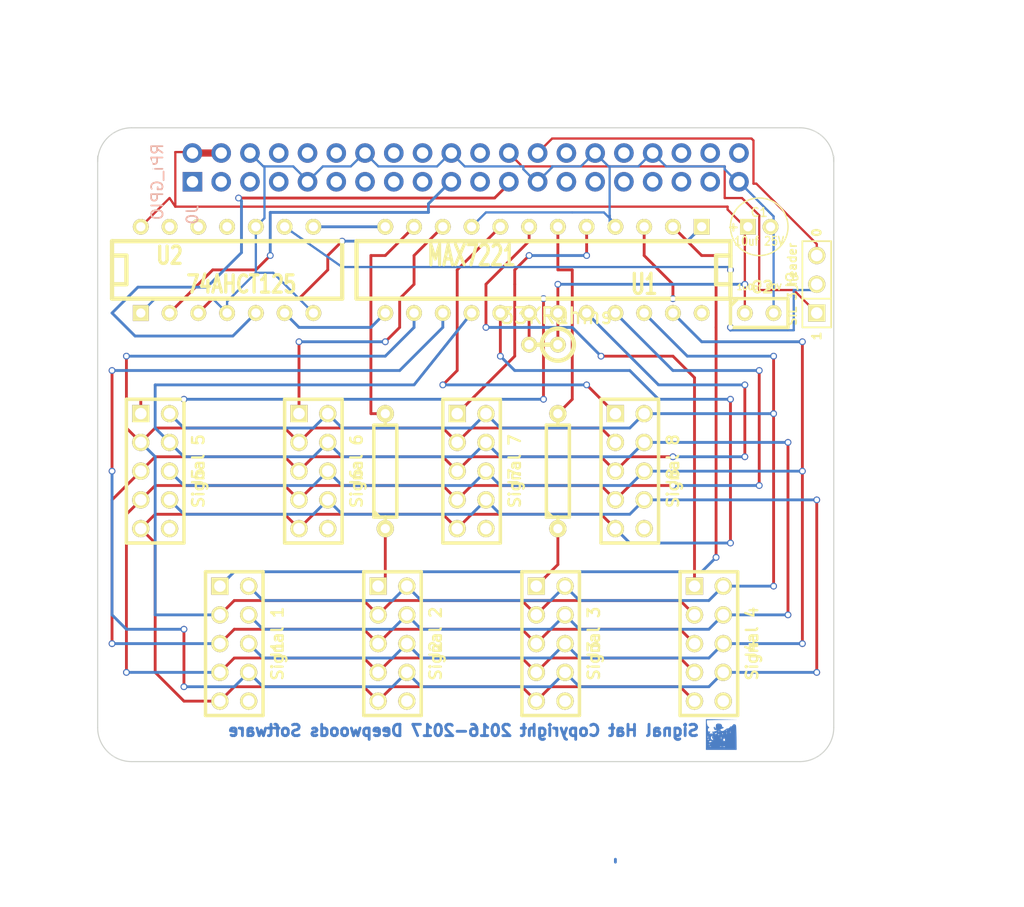
<source format=kicad_pcb>
(kicad_pcb (version 3) (host pcbnew "(2013-june-11)-stable")

  (general
    (links 104)
    (no_connects 0)
    (area 29.28939 20.694 130.847429 101.769)
    (thickness 1.6)
    (drawings 19)
    (tracks 450)
    (zones 0)
    (modules 22)
    (nets 30)
  )

  (page USLetter)
  (title_block 
    (title "Signal HAT")
    (rev 1.0)
    (company "Deepwoods Software")
  )

  (layers
    (15 F.Cu signal)
    (0 B.Cu signal)
    (16 B.Adhes user)
    (17 F.Adhes user)
    (18 B.Paste user)
    (19 F.Paste user)
    (20 B.SilkS user)
    (21 F.SilkS user)
    (22 B.Mask user)
    (23 F.Mask user)
    (24 Dwgs.User user)
    (25 Cmts.User user)
    (26 Eco1.User user)
    (27 Eco2.User user)
    (28 Edge.Cuts user)
  )

  (setup
    (last_trace_width 0.25)
    (user_trace_width 0.01)
    (user_trace_width 0.02)
    (user_trace_width 0.05)
    (user_trace_width 0.1)
    (user_trace_width 0.2)
    (user_trace_width 0.254)
    (user_trace_width 0.635)
    (trace_clearance 0.2)
    (zone_clearance 0.508)
    (zone_45_only no)
    (trace_min 0.01)
    (segment_width 0.2)
    (edge_width 0.2)
    (via_size 0.6)
    (via_drill 0.4)
    (via_min_size 0.4)
    (via_min_drill 0.3)
    (user_via 0.762 0.254)
    (user_via 1.016 0.508)
    (user_via 1.524 0.889)
    (uvia_size 0.3)
    (uvia_drill 0.1)
    (uvias_allowed no)
    (uvia_min_size 0.19812)
    (uvia_min_drill 0.09906)
    (pcb_text_width 0.3)
    (pcb_text_size 1.5 1.5)
    (mod_edge_width 0.15)
    (mod_text_size 1 1)
    (mod_text_width 0.15)
    (pad_size 1.524 1.524)
    (pad_drill 1.016)
    (pad_to_mask_clearance 0)
    (aux_axis_origin 0 0)
    (visible_elements 7FFEFFFF)
    (pcbplotparams
      (layerselection 279609344)
      (usegerberextensions false)
      (excludeedgelayer false)
      (linewidth 0.100000)
      (plotframeref false)
      (viasonmask false)
      (mode 1)
      (useauxorigin false)
      (hpglpennumber 1)
      (hpglpenspeed 20)
      (hpglpendiameter 15)
      (hpglpenoverlay 2)
      (psnegative false)
      (psa4output false)
      (plotreference true)
      (plotvalue true)
      (plotothertext true)
      (plotinvisibletext false)
      (padsonsilk true)
      (subtractmaskfromsilk false)
      (outputformat 2)
      (mirror false)
      (drillshape 0)
      (scaleselection 1)
      (outputdirectory meta/))
  )

  (net 0 "")
  (net 1 /CE)
  (net 2 /CE0)
  (net 3 /CE1)
  (net 4 /CLK)
  (net 5 /DIN)
  (net 6 "/Digit 0")
  (net 7 "/Digit 1")
  (net 8 "/Digit 2")
  (net 9 "/Digit 3")
  (net 10 "/Digit 4")
  (net 11 "/Digit 5")
  (net 12 "/Digit 6")
  (net 13 "/Digit 7")
  (net 14 /ISet)
  (net 15 /LOAD)
  (net 16 /MOSI)
  (net 17 /SCLK)
  (net 18 "/Segment A")
  (net 19 "/Segment B")
  (net 20 "/Segment C")
  (net 21 "/Segment D")
  (net 22 "/Segment DP")
  (net 23 "/Segment E")
  (net 24 "/Segment F")
  (net 25 "/Segment G")
  (net 26 GND)
  (net 27 N-0000012)
  (net 28 N-0000020)
  (net 29 VCC)

  (net_class Default "This is the default net class."
    (clearance 0.2)
    (trace_width 0.25)
    (via_dia 0.6)
    (via_drill 0.4)
    (uvia_dia 0.3)
    (uvia_drill 0.1)
    (add_net "")
    (add_net /CE)
    (add_net /CE0)
    (add_net /CE1)
    (add_net /CLK)
    (add_net /DIN)
    (add_net "/Digit 0")
    (add_net "/Digit 1")
    (add_net "/Digit 2")
    (add_net "/Digit 3")
    (add_net "/Digit 4")
    (add_net "/Digit 5")
    (add_net "/Digit 6")
    (add_net "/Digit 7")
    (add_net /ISet)
    (add_net /LOAD)
    (add_net /MOSI)
    (add_net /SCLK)
    (add_net "/Segment A")
    (add_net "/Segment B")
    (add_net "/Segment C")
    (add_net "/Segment D")
    (add_net "/Segment DP")
    (add_net "/Segment E")
    (add_net "/Segment F")
    (add_net "/Segment G")
    (add_net GND)
    (add_net N-0000012)
    (add_net N-0000020)
    (add_net VCC)
  )

  (module C1V5 (layer F.Cu) (tedit 58457C3E) (tstamp 580FA36D)
    (at 96.52 40.64)
    (descr "Condensateur e = 1 pas")
    (tags C)
    (path /580EAA81)
    (fp_text reference C1 (at 0 -1.26746) (layer F.SilkS)
      (effects (font (size 0.762 0.762) (thickness 0.127)))
    )
    (fp_text value "10uf 25V" (at 0 1.27) (layer F.SilkS)
      (effects (font (size 0.762 0.635) (thickness 0.127)))
    )
    (fp_text user + (at -2.286 0) (layer F.SilkS)
      (effects (font (size 0.762 0.762) (thickness 0.2032)))
    )
    (fp_circle (center 0 0) (end 0.127 -2.54) (layer F.SilkS) (width 0.127))
    (pad 1 thru_hole rect (at -1 0) (size 1.397 1.397) (drill 0.8128)
      (layers *.Cu *.Mask F.SilkS)
      (net 29 VCC)
    )
    (pad 2 thru_hole circle (at 1 0) (size 1.397 1.397) (drill 0.8128)
      (layers *.Cu *.Mask F.SilkS)
      (net 26 GND)
    )
    (model discret/c_vert_c1v5.wrl
      (at (xyz 0 0 0))
      (scale (xyz 1 1 1))
      (rotate (xyz 0 0 0))
    )
  )

  (module RPi_Hat:Pin_Header_Straight_2x20   locked (layer B.Cu) (tedit 580FA54B) (tstamp 5516AEA0)
    (at 70.601 35.394 90)
    (descr "Through hole pin header")
    (tags "pin header")
    (path /5516AE26)
    (fp_text reference J0 (at -4.191 -24.13 90) (layer B.SilkS)
      (effects (font (size 1 1) (thickness 0.15)) (justify mirror))
    )
    (fp_text value RPi_GPIO (at -1.27 -27.23 90) (layer B.SilkS)
      (effects (font (size 1 1) (thickness 0.15)) (justify mirror))
    )
    (fp_line (start -3.02 -25.88) (end -3.02 25.92) (layer Cmts.User) (width 0.05))
    (fp_line (start 3.03 -25.88) (end 3.03 25.92) (layer Cmts.User) (width 0.05))
    (fp_line (start -3.02 -25.88) (end 3.03 -25.88) (layer Cmts.User) (width 0.05))
    (fp_line (start -3.02 25.92) (end 3.03 25.92) (layer Cmts.User) (width 0.05))
    (fp_line (start 2.54 25.4) (end 2.54 -25.4) (layer Cmts.User) (width 0.15))
    (fp_line (start -2.54 -22.86) (end -2.54 25.4) (layer Cmts.User) (width 0.15))
    (fp_line (start 2.54 25.4) (end -2.54 25.4) (layer Cmts.User) (width 0.15))
    (fp_line (start 2.54 -25.4) (end 0 -25.4) (layer Cmts.User) (width 0.15))
    (fp_line (start -1.27 -25.68) (end -2.82 -25.68) (layer Cmts.User) (width 0.15))
    (fp_line (start 0 -25.4) (end 0 -22.86) (layer Cmts.User) (width 0.15))
    (fp_line (start 0 -22.86) (end -2.54 -22.86) (layer Cmts.User) (width 0.15))
    (fp_line (start -2.82 -25.68) (end -2.82 -24.13) (layer Cmts.User) (width 0.15))
    (pad 1 thru_hole rect (at -1.27 -24.13 90) (size 1.7272 1.7272) (drill 1.016)
      (layers *.Cu *.Mask)
    )
    (pad 2 thru_hole oval (at 1.27 -24.13 90) (size 1.7272 1.7272) (drill 1.016)
      (layers *.Cu *.Mask)
      (net 29 VCC)
    )
    (pad 3 thru_hole oval (at -1.27 -21.59 90) (size 1.7272 1.7272) (drill 1.016)
      (layers *.Cu *.Mask)
    )
    (pad 4 thru_hole oval (at 1.27 -21.59 90) (size 1.7272 1.7272) (drill 1.016)
      (layers *.Cu *.Mask)
      (net 29 VCC)
    )
    (pad 5 thru_hole oval (at -1.27 -19.05 90) (size 1.7272 1.7272) (drill 1.016)
      (layers *.Cu *.Mask)
    )
    (pad 6 thru_hole oval (at 1.27 -19.05 90) (size 1.7272 1.7272) (drill 1.016)
      (layers *.Cu *.Mask)
      (net 26 GND)
    )
    (pad 7 thru_hole oval (at -1.27 -16.51 90) (size 1.7272 1.7272) (drill 1.016)
      (layers *.Cu *.Mask)
    )
    (pad 8 thru_hole oval (at 1.27 -16.51 90) (size 1.7272 1.7272) (drill 1.016)
      (layers *.Cu *.Mask)
    )
    (pad 9 thru_hole oval (at -1.27 -13.97 90) (size 1.7272 1.7272) (drill 1.016)
      (layers *.Cu *.Mask)
      (net 26 GND)
    )
    (pad 10 thru_hole oval (at 1.27 -13.97 90) (size 1.7272 1.7272) (drill 1.016)
      (layers *.Cu *.Mask)
    )
    (pad 11 thru_hole oval (at -1.27 -11.43 90) (size 1.7272 1.7272) (drill 1.016)
      (layers *.Cu *.Mask)
    )
    (pad 12 thru_hole oval (at 1.27 -11.43 90) (size 1.7272 1.7272) (drill 1.016)
      (layers *.Cu *.Mask)
    )
    (pad 13 thru_hole oval (at -1.27 -8.89 90) (size 1.7272 1.7272) (drill 1.016)
      (layers *.Cu *.Mask)
    )
    (pad 14 thru_hole oval (at 1.27 -8.89 90) (size 1.7272 1.7272) (drill 1.016)
      (layers *.Cu *.Mask)
      (net 26 GND)
    )
    (pad 15 thru_hole oval (at -1.27 -6.35 90) (size 1.7272 1.7272) (drill 1.016)
      (layers *.Cu *.Mask)
    )
    (pad 16 thru_hole oval (at 1.27 -6.35 90) (size 1.7272 1.7272) (drill 1.016)
      (layers *.Cu *.Mask)
    )
    (pad 17 thru_hole oval (at -1.27 -3.81 90) (size 1.7272 1.7272) (drill 1.016)
      (layers *.Cu *.Mask)
    )
    (pad 18 thru_hole oval (at 1.27 -3.81 90) (size 1.7272 1.7272) (drill 1.016)
      (layers *.Cu *.Mask)
    )
    (pad 19 thru_hole oval (at -1.27 -1.27 90) (size 1.7272 1.7272) (drill 1.016)
      (layers *.Cu *.Mask)
      (net 16 /MOSI)
    )
    (pad 20 thru_hole oval (at 1.27 -1.27 90) (size 1.7272 1.7272) (drill 1.016)
      (layers *.Cu *.Mask)
      (net 26 GND)
    )
    (pad 21 thru_hole oval (at -1.27 1.27 90) (size 1.7272 1.7272) (drill 1.016)
      (layers *.Cu *.Mask)
    )
    (pad 22 thru_hole oval (at 1.27 1.27 90) (size 1.7272 1.7272) (drill 1.016)
      (layers *.Cu *.Mask)
    )
    (pad 23 thru_hole oval (at -1.27 3.81 90) (size 1.7272 1.7272) (drill 1.016)
      (layers *.Cu *.Mask)
      (net 17 /SCLK)
    )
    (pad 24 thru_hole oval (at 1.27 3.81 90) (size 1.7272 1.7272) (drill 1.016)
      (layers *.Cu *.Mask)
      (net 2 /CE0)
    )
    (pad 25 thru_hole oval (at -1.27 6.35 90) (size 1.7272 1.7272) (drill 1.016)
      (layers *.Cu *.Mask)
      (net 26 GND)
    )
    (pad 26 thru_hole oval (at 1.27 6.35 90) (size 1.7272 1.7272) (drill 1.016)
      (layers *.Cu *.Mask)
      (net 3 /CE1)
    )
    (pad 27 thru_hole oval (at -1.27 8.89 90) (size 1.7272 1.7272) (drill 1.016)
      (layers *.Cu *.Mask)
    )
    (pad 28 thru_hole oval (at 1.27 8.89 90) (size 1.7272 1.7272) (drill 1.016)
      (layers *.Cu *.Mask)
    )
    (pad 29 thru_hole oval (at -1.27 11.43 90) (size 1.7272 1.7272) (drill 1.016)
      (layers *.Cu *.Mask)
    )
    (pad 30 thru_hole oval (at 1.27 11.43 90) (size 1.7272 1.7272) (drill 1.016)
      (layers *.Cu *.Mask)
      (net 26 GND)
    )
    (pad 31 thru_hole oval (at -1.27 13.97 90) (size 1.7272 1.7272) (drill 1.016)
      (layers *.Cu *.Mask)
    )
    (pad 32 thru_hole oval (at 1.27 13.97 90) (size 1.7272 1.7272) (drill 1.016)
      (layers *.Cu *.Mask)
    )
    (pad 33 thru_hole oval (at -1.27 16.51 90) (size 1.7272 1.7272) (drill 1.016)
      (layers *.Cu *.Mask)
    )
    (pad 34 thru_hole oval (at 1.27 16.51 90) (size 1.7272 1.7272) (drill 1.016)
      (layers *.Cu *.Mask)
      (net 26 GND)
    )
    (pad 35 thru_hole oval (at -1.27 19.05 90) (size 1.7272 1.7272) (drill 1.016)
      (layers *.Cu *.Mask)
    )
    (pad 36 thru_hole oval (at 1.27 19.05 90) (size 1.7272 1.7272) (drill 1.016)
      (layers *.Cu *.Mask)
    )
    (pad 37 thru_hole oval (at -1.27 21.59 90) (size 1.7272 1.7272) (drill 1.016)
      (layers *.Cu *.Mask)
    )
    (pad 38 thru_hole oval (at 1.27 21.59 90) (size 1.7272 1.7272) (drill 1.016)
      (layers *.Cu *.Mask)
    )
    (pad 39 thru_hole oval (at -1.27 24.13 90) (size 1.7272 1.7272) (drill 1.016)
      (layers *.Cu *.Mask)
      (net 26 GND)
    )
    (pad 40 thru_hole oval (at 1.27 24.13 90) (size 1.7272 1.7272) (drill 1.016)
      (layers *.Cu *.Mask)
    )
    (model walter/pin_strip/pin_socket_20x2.wrl
      (at (xyz 0 0 0))
      (scale (xyz 1 1 1))
      (rotate (xyz 0 0 90))
    )
    (model walter/pin_strip/pin_strip_20x2.wrl
      (at (xyz 0 0 0.03125))
      (scale (xyz 1 1 1))
      (rotate (xyz 180 0 90))
    )
  )

  (module RPi_Hat:RPi_Hat_Mounting_Hole   locked (layer B.Cu) (tedit 580FABD5) (tstamp 5515DEA9)
    (at 99.601 35.394)
    (descr "Mounting hole, Befestigungsbohrung, 2,7mm, No Annular, Kein Restring,")
    (tags "Mounting hole, Befestigungsbohrung, 2,7mm, No Annular, Kein Restring,")
    (fp_text reference H2 (at 0 -4.0005) (layer B.SilkS) hide
      (effects (font (size 1 1) (thickness 0.15)) (justify mirror))
    )
    (fp_text value "" (at 0.09906 3.59918) (layer B.SilkS) hide
      (effects (font (size 1 1) (thickness 0.15)) (justify mirror))
    )
    (fp_circle (center 0 0) (end 1.375 0) (layer Cmts.User) (width 0.15))
    (fp_circle (center 0 0) (end 3.1 0) (layer Cmts.User) (width 0.15))
    (fp_circle (center 0 0) (end 3.1 0) (layer Cmts.User) (width 0.15))
    (fp_circle (center 0 0) (end 1.375 0) (layer Cmts.User) (width 0.15))
    (fp_circle (center 0 0) (end 3.1 0) (layer Cmts.User) (width 0.15))
    (fp_circle (center 0 0) (end 3.1 0) (layer Cmts.User) (width 0.15))
    (pad "" np_thru_hole circle (at 0 0) (size 2.75 2.75) (drill 2.75)
      (layers *.Cu *.Mask)
      (solder_mask_margin 1.725)
      (clearance 1.725)
    )
  )

  (module RPi_Hat:RPi_Hat_Mounting_Hole   locked (layer B.Cu) (tedit 580FABF4) (tstamp 55169DC9)
    (at 99.601 84.394)
    (descr "Mounting hole, Befestigungsbohrung, 2,7mm, No Annular, Kein Restring,")
    (tags "Mounting hole, Befestigungsbohrung, 2,7mm, No Annular, Kein Restring,")
    (fp_text reference H4 (at 0 -4.0005) (layer B.SilkS) hide
      (effects (font (size 1 1) (thickness 0.15)) (justify mirror))
    )
    (fp_text value "" (at 0.09906 3.59918) (layer B.SilkS) hide
      (effects (font (size 1 1) (thickness 0.15)) (justify mirror))
    )
    (fp_circle (center 0 0) (end 1.375 0) (layer Cmts.User) (width 0.15))
    (fp_circle (center 0 0) (end 3.1 0) (layer Cmts.User) (width 0.15))
    (fp_circle (center 0 0) (end 3.1 0) (layer Cmts.User) (width 0.15))
    (fp_circle (center 0 0) (end 1.375 0) (layer Cmts.User) (width 0.15))
    (fp_circle (center 0 0) (end 3.1 0) (layer Cmts.User) (width 0.15))
    (fp_circle (center 0 0) (end 3.1 0) (layer Cmts.User) (width 0.15))
    (pad "" np_thru_hole circle (at 0 0) (size 2.75 2.75) (drill 2.75)
      (layers *.Cu *.Mask)
      (solder_mask_margin 1.725)
      (clearance 1.725)
    )
  )

  (module RPi_Hat:RPi_Hat_Mounting_Hole   locked (layer B.Cu) (tedit 580FABE5) (tstamp 5515DECC)
    (at 41.601 84.394)
    (descr "Mounting hole, Befestigungsbohrung, 2,7mm, No Annular, Kein Restring,")
    (tags "Mounting hole, Befestigungsbohrung, 2,7mm, No Annular, Kein Restring,")
    (fp_text reference H3 (at 0 -4.0005) (layer B.SilkS) hide
      (effects (font (size 1 1) (thickness 0.15)) (justify mirror))
    )
    (fp_text value "" (at 0.09906 3.59918) (layer B.SilkS) hide
      (effects (font (size 1 1) (thickness 0.15)) (justify mirror))
    )
    (fp_circle (center 0 0) (end 1.375 0) (layer Cmts.User) (width 0.15))
    (fp_circle (center 0 0) (end 3.1 0) (layer Cmts.User) (width 0.15))
    (fp_circle (center 0 0) (end 3.1 0) (layer Cmts.User) (width 0.15))
    (fp_circle (center 0 0) (end 1.375 0) (layer Cmts.User) (width 0.15))
    (fp_circle (center 0 0) (end 3.1 0) (layer Cmts.User) (width 0.15))
    (fp_circle (center 0 0) (end 3.1 0) (layer Cmts.User) (width 0.15))
    (pad "" np_thru_hole circle (at 0 0) (size 2.75 2.75) (drill 2.75)
      (layers *.Cu *.Mask)
      (solder_mask_margin 1.725)
      (clearance 1.725)
    )
  )

  (module RPi_Hat:RPi_Hat_Mounting_Hole   locked (layer B.Cu) (tedit 580FABC5) (tstamp 5515DEBF)
    (at 41.601 35.394)
    (descr "Mounting hole, Befestigungsbohrung, 2,7mm, No Annular, Kein Restring,")
    (tags "Mounting hole, Befestigungsbohrung, 2,7mm, No Annular, Kein Restring,")
    (fp_text reference H1 (at 0 -4.0005) (layer B.SilkS) hide
      (effects (font (size 1 1) (thickness 0.15)) (justify mirror))
    )
    (fp_text value "" (at 0.09906 3.59918) (layer B.SilkS) hide
      (effects (font (size 1 1) (thickness 0.15)) (justify mirror))
    )
    (fp_circle (center 0 0) (end 1.375 0) (layer Cmts.User) (width 0.15))
    (fp_circle (center 0 0) (end 3.1 0) (layer Cmts.User) (width 0.15))
    (fp_circle (center 0 0) (end 3.1 0) (layer Cmts.User) (width 0.15))
    (fp_circle (center 0 0) (end 1.375 0) (layer Cmts.User) (width 0.15))
    (fp_circle (center 0 0) (end 3.1 0) (layer Cmts.User) (width 0.15))
    (fp_circle (center 0 0) (end 3.1 0) (layer Cmts.User) (width 0.15))
    (pad "" np_thru_hole circle (at 0 0) (size 2.75 2.75) (drill 2.75)
      (layers *.Cu *.Mask)
      (solder_mask_margin 1.725)
      (clearance 1.725)
    )
  )

  (module DIP-24__300   locked (layer F.Cu) (tedit 580FC45B) (tstamp 580FA1DA)
    (at 77.47 44.45 180)
    (descr "24 pins DIL package, round pads")
    (tags DIL)
    (path /580EA749)
    (fp_text reference U1 (at -8.89 -1.27 180) (layer F.SilkS)
      (effects (font (size 1.778 1.143) (thickness 0.28575)))
    )
    (fp_text value MAX7221 (at 6.35 1.27 180) (layer F.SilkS)
      (effects (font (size 1.778 1.143) (thickness 0.28575)))
    )
    (fp_line (start -16.51 -1.27) (end -15.24 -1.27) (layer F.SilkS) (width 0.381))
    (fp_line (start -15.24 -1.27) (end -15.24 1.27) (layer F.SilkS) (width 0.381))
    (fp_line (start -15.24 1.27) (end -16.51 1.27) (layer F.SilkS) (width 0.381))
    (fp_line (start -16.51 1.27) (end -16.51 1.27) (layer F.SilkS) (width 0.381))
    (fp_line (start -16.51 -2.54) (end 16.51 -2.54) (layer F.SilkS) (width 0.381))
    (fp_line (start 16.51 -2.54) (end 16.51 2.54) (layer F.SilkS) (width 0.381))
    (fp_line (start 16.51 2.54) (end -16.51 2.54) (layer F.SilkS) (width 0.381))
    (fp_line (start -16.51 2.54) (end -16.51 -2.54) (layer F.SilkS) (width 0.381))
    (pad 1 thru_hole rect (at -13.97 3.81 180) (size 1.397 1.397) (drill 0.8128)
      (layers *.Cu *.Mask F.SilkS)
      (net 5 /DIN)
    )
    (pad 2 thru_hole circle (at -11.43 3.81 180) (size 1.397 1.397) (drill 0.8128)
      (layers *.Cu *.Mask F.SilkS)
      (net 6 "/Digit 0")
    )
    (pad 3 thru_hole circle (at -8.89 3.81 180) (size 1.397 1.397) (drill 0.8128)
      (layers *.Cu *.Mask F.SilkS)
      (net 10 "/Digit 4")
    )
    (pad 4 thru_hole circle (at -6.35 3.81 180) (size 1.397 1.397) (drill 0.8128)
      (layers *.Cu *.Mask F.SilkS)
      (net 26 GND)
    )
    (pad 5 thru_hole circle (at -3.81 3.81 180) (size 1.397 1.397) (drill 0.8128)
      (layers *.Cu *.Mask F.SilkS)
      (net 12 "/Digit 6")
    )
    (pad 6 thru_hole circle (at -1.27 3.81 180) (size 1.397 1.397) (drill 0.8128)
      (layers *.Cu *.Mask F.SilkS)
      (net 8 "/Digit 2")
    )
    (pad 7 thru_hole circle (at 1.27 3.81 180) (size 1.397 1.397) (drill 0.8128)
      (layers *.Cu *.Mask F.SilkS)
      (net 9 "/Digit 3")
    )
    (pad 8 thru_hole circle (at 3.81 3.81 180) (size 1.397 1.397) (drill 0.8128)
      (layers *.Cu *.Mask F.SilkS)
      (net 13 "/Digit 7")
    )
    (pad 9 thru_hole circle (at 6.35 3.81 180) (size 1.397 1.397) (drill 0.8128)
      (layers *.Cu *.Mask F.SilkS)
      (net 26 GND)
    )
    (pad 10 thru_hole circle (at 8.89 3.81 180) (size 1.397 1.397) (drill 0.8128)
      (layers *.Cu *.Mask F.SilkS)
      (net 11 "/Digit 5")
    )
    (pad 11 thru_hole circle (at 11.43 3.81 180) (size 1.397 1.397) (drill 0.8128)
      (layers *.Cu *.Mask F.SilkS)
      (net 7 "/Digit 1")
    )
    (pad 12 thru_hole circle (at 13.97 3.81 180) (size 1.397 1.397) (drill 0.8128)
      (layers *.Cu *.Mask F.SilkS)
      (net 15 /LOAD)
    )
    (pad 13 thru_hole circle (at 13.97 -3.81 180) (size 1.397 1.397) (drill 0.8128)
      (layers *.Cu *.Mask F.SilkS)
      (net 4 /CLK)
    )
    (pad 14 thru_hole circle (at 11.43 -3.81 180) (size 1.397 1.397) (drill 0.8128)
      (layers *.Cu *.Mask F.SilkS)
      (net 18 "/Segment A")
    )
    (pad 15 thru_hole circle (at 8.89 -3.81 180) (size 1.397 1.397) (drill 0.8128)
      (layers *.Cu *.Mask F.SilkS)
      (net 24 "/Segment F")
    )
    (pad 16 thru_hole circle (at 6.35 -3.81 180) (size 1.397 1.397) (drill 0.8128)
      (layers *.Cu *.Mask F.SilkS)
      (net 19 "/Segment B")
    )
    (pad 17 thru_hole circle (at 3.81 -3.81 180) (size 1.397 1.397) (drill 0.8128)
      (layers *.Cu *.Mask F.SilkS)
      (net 25 "/Segment G")
    )
    (pad 18 thru_hole circle (at 1.27 -3.81 180) (size 1.397 1.397) (drill 0.8128)
      (layers *.Cu *.Mask F.SilkS)
      (net 14 /ISet)
    )
    (pad 19 thru_hole circle (at -1.27 -3.81 180) (size 1.397 1.397) (drill 0.8128)
      (layers *.Cu *.Mask F.SilkS)
      (net 29 VCC)
    )
    (pad 20 thru_hole circle (at -3.81 -3.81 180) (size 1.397 1.397) (drill 0.8128)
      (layers *.Cu *.Mask F.SilkS)
      (net 20 "/Segment C")
    )
    (pad 21 thru_hole circle (at -6.35 -3.81 180) (size 1.397 1.397) (drill 0.8128)
      (layers *.Cu *.Mask F.SilkS)
      (net 23 "/Segment E")
    )
    (pad 22 thru_hole circle (at -8.89 -3.81 180) (size 1.397 1.397) (drill 0.8128)
      (layers *.Cu *.Mask F.SilkS)
      (net 22 "/Segment DP")
    )
    (pad 23 thru_hole circle (at -11.43 -3.81 180) (size 1.397 1.397) (drill 0.8128)
      (layers *.Cu *.Mask F.SilkS)
      (net 21 "/Segment D")
    )
    (pad 24 thru_hole circle (at -13.97 -3.81 180) (size 1.397 1.397) (drill 0.8128)
      (layers *.Cu *.Mask F.SilkS)
    )
    (model dil/dil_24-w300.wrl
      (at (xyz 0 0 0))
      (scale (xyz 1 1 1))
      (rotate (xyz 0 0 0))
    )
  )

  (module C1 (layer F.Cu) (tedit 5816077A) (tstamp 580FA346)
    (at 96.52 48.26)
    (descr "Condensateur e = 1 pas")
    (tags C)
    (path /580EAA6C)
    (fp_text reference C2 (at 0.254 -2.286) (layer F.SilkS)
      (effects (font (size 1.016 1.016) (thickness 0.2032)))
    )
    (fp_text value "100pf 50V" (at 0 -2.286) (layer F.SilkS)
      (effects (font (size 0.5 0.5) (thickness 0.125)))
    )
    (fp_line (start -2.4892 -1.27) (end 2.54 -1.27) (layer F.SilkS) (width 0.3048))
    (fp_line (start 2.54 -1.27) (end 2.54 1.27) (layer F.SilkS) (width 0.3048))
    (fp_line (start 2.54 1.27) (end -2.54 1.27) (layer F.SilkS) (width 0.3048))
    (fp_line (start -2.54 1.27) (end -2.54 -1.27) (layer F.SilkS) (width 0.3048))
    (fp_line (start -2.54 -0.635) (end -1.905 -1.27) (layer F.SilkS) (width 0.3048))
    (pad 1 thru_hole circle (at -1.27 0) (size 1.397 1.397) (drill 0.8128)
      (layers *.Cu *.Mask F.SilkS)
      (net 29 VCC)
    )
    (pad 2 thru_hole circle (at 1.27 0) (size 1.397 1.397) (drill 0.8128)
      (layers *.Cu *.Mask F.SilkS)
      (net 26 GND)
    )
    (model discret/capa_1_pas.wrl
      (at (xyz 0 0 0))
      (scale (xyz 1 1 1))
      (rotate (xyz 0 0 0))
    )
  )

  (module R1 (layer F.Cu) (tedit 580FC469) (tstamp 580FA3EB)
    (at 77.47 51.054 180)
    (descr "Resistance verticale")
    (tags R)
    (path /580EAA59)
    (autoplace_cost90 10)
    (autoplace_cost180 10)
    (fp_text reference R1 (at -1.016 2.54 180) (layer F.SilkS)
      (effects (font (size 1.397 1.27) (thickness 0.2032)))
    )
    (fp_text value "33K Ohms" (at -1.143 2.54 180) (layer F.SilkS)
      (effects (font (size 1.397 1.27) (thickness 0.2032)))
    )
    (fp_line (start -1.27 0) (end 1.27 0) (layer F.SilkS) (width 0.381))
    (fp_circle (center -1.27 0) (end -0.635 1.27) (layer F.SilkS) (width 0.381))
    (pad 1 thru_hole circle (at -1.27 0 180) (size 1.397 1.397) (drill 0.8128)
      (layers *.Cu *.Mask F.SilkS)
      (net 29 VCC)
    )
    (pad 2 thru_hole circle (at 1.27 0 180) (size 1.397 1.397) (drill 0.8128)
      (layers *.Cu *.Mask F.SilkS)
      (net 14 /ISet)
    )
    (model discret/verti_resistor.wrl
      (at (xyz 0 0 0))
      (scale (xyz 1 1 1))
      (rotate (xyz 0 0 0))
    )
  )

  (module PIN_ARRAY_3X1 (layer F.Cu) (tedit 58160798) (tstamp 580FA48D)
    (at 101.6 45.72 90)
    (descr "Connecteur 3 pins")
    (tags "CONN DEV")
    (path /580EA953)
    (fp_text reference J9 (at 0.254 -2.159 90) (layer F.SilkS)
      (effects (font (size 1.016 1.016) (thickness 0.1524)))
    )
    (fp_text value "SIL 3 header" (at 0 -2.159 90) (layer F.SilkS)
      (effects (font (size 0.75 0.75) (thickness 0.1524)))
    )
    (fp_line (start -3.81 1.27) (end -3.81 -1.27) (layer F.SilkS) (width 0.1524))
    (fp_line (start -3.81 -1.27) (end 3.81 -1.27) (layer F.SilkS) (width 0.1524))
    (fp_line (start 3.81 -1.27) (end 3.81 1.27) (layer F.SilkS) (width 0.1524))
    (fp_line (start 3.81 1.27) (end -3.81 1.27) (layer F.SilkS) (width 0.1524))
    (fp_line (start -1.27 -1.27) (end -1.27 1.27) (layer F.SilkS) (width 0.1524))
    (pad 1 thru_hole rect (at -2.54 0 90) (size 1.524 1.524) (drill 1.016)
      (layers *.Cu *.Mask F.SilkS)
      (net 2 /CE0)
    )
    (pad 2 thru_hole circle (at 0 0 90) (size 1.524 1.524) (drill 1.016)
      (layers *.Cu *.Mask F.SilkS)
      (net 1 /CE)
    )
    (pad 3 thru_hole circle (at 2.54 0 90) (size 1.524 1.524) (drill 1.016)
      (layers *.Cu *.Mask F.SilkS)
      (net 3 /CE1)
    )
    (model pin_array/pins_array_3x1.wrl
      (at (xyz 0 0 0))
      (scale (xyz 1 1 1))
      (rotate (xyz 0 0 0))
    )
  )

  (module DIP-14__300   locked (layer F.Cu) (tedit 58153C65) (tstamp 58150106)
    (at 49.53 44.45)
    (descr "14 pins DIL package, round pads")
    (tags DIL)
    (path /5814F97E)
    (fp_text reference U2 (at -5.08 -1.27) (layer F.SilkS)
      (effects (font (size 1.524 1.143) (thickness 0.3048)))
    )
    (fp_text value 74AHCT125 (at 1.27 1.27) (layer F.SilkS)
      (effects (font (size 1.524 1.143) (thickness 0.28575)))
    )
    (fp_line (start -10.16 -2.54) (end 10.16 -2.54) (layer F.SilkS) (width 0.381))
    (fp_line (start 10.16 2.54) (end -10.16 2.54) (layer F.SilkS) (width 0.381))
    (fp_line (start -10.16 2.54) (end -10.16 -2.54) (layer F.SilkS) (width 0.381))
    (fp_line (start -10.16 -1.27) (end -8.89 -1.27) (layer F.SilkS) (width 0.381))
    (fp_line (start -8.89 -1.27) (end -8.89 1.27) (layer F.SilkS) (width 0.381))
    (fp_line (start -8.89 1.27) (end -10.16 1.27) (layer F.SilkS) (width 0.381))
    (fp_line (start 10.16 -2.54) (end 10.16 2.54) (layer F.SilkS) (width 0.381))
    (pad 1 thru_hole rect (at -7.62 3.81) (size 1.397 1.397) (drill 0.8128)
      (layers *.Cu *.Mask F.SilkS)
      (net 26 GND)
    )
    (pad 2 thru_hole circle (at -5.08 3.81) (size 1.397 1.397) (drill 0.8128)
      (layers *.Cu *.Mask F.SilkS)
      (net 16 /MOSI)
    )
    (pad 3 thru_hole circle (at -2.54 3.81) (size 1.397 1.397) (drill 0.8128)
      (layers *.Cu *.Mask F.SilkS)
      (net 5 /DIN)
    )
    (pad 4 thru_hole circle (at 0 3.81) (size 1.397 1.397) (drill 0.8128)
      (layers *.Cu *.Mask F.SilkS)
      (net 26 GND)
    )
    (pad 5 thru_hole circle (at 2.54 3.81) (size 1.397 1.397) (drill 0.8128)
      (layers *.Cu *.Mask F.SilkS)
      (net 17 /SCLK)
    )
    (pad 6 thru_hole circle (at 5.08 3.81) (size 1.397 1.397) (drill 0.8128)
      (layers *.Cu *.Mask F.SilkS)
      (net 4 /CLK)
    )
    (pad 7 thru_hole circle (at 7.62 3.81) (size 1.397 1.397) (drill 0.8128)
      (layers *.Cu *.Mask F.SilkS)
      (net 26 GND)
    )
    (pad 8 thru_hole circle (at 7.62 -3.81) (size 1.397 1.397) (drill 0.8128)
      (layers *.Cu *.Mask F.SilkS)
      (net 15 /LOAD)
    )
    (pad 9 thru_hole circle (at 5.08 -3.81) (size 1.397 1.397) (drill 0.8128)
      (layers *.Cu *.Mask F.SilkS)
      (net 1 /CE)
    )
    (pad 10 thru_hole circle (at 2.54 -3.81) (size 1.397 1.397) (drill 0.8128)
      (layers *.Cu *.Mask F.SilkS)
      (net 26 GND)
    )
    (pad 11 thru_hole circle (at 0 -3.81) (size 1.397 1.397) (drill 0.8128)
      (layers *.Cu *.Mask F.SilkS)
    )
    (pad 12 thru_hole circle (at -2.54 -3.81) (size 1.397 1.397) (drill 0.8128)
      (layers *.Cu *.Mask F.SilkS)
    )
    (pad 13 thru_hole circle (at -5.08 -3.81) (size 1.397 1.397) (drill 0.8128)
      (layers *.Cu *.Mask F.SilkS)
    )
    (pad 14 thru_hole circle (at -7.62 -3.81) (size 1.397 1.397) (drill 0.8128)
      (layers *.Cu *.Mask F.SilkS)
      (net 29 VCC)
    )
    (model dil/dil_14.wrl
      (at (xyz 0 0 0))
      (scale (xyz 1 1 1))
      (rotate (xyz 0 0 0))
    )
  )

  (module PIN_ARRAY_5x2 (layer F.Cu) (tedit 590C6B41) (tstamp 590D39A8)
    (at 50.165 77.47 270)
    (descr "Double rangee de contacts 2 x 5 pins")
    (tags CONN)
    (path /580EA758)
    (fp_text reference J1 (at 0.635 -3.81 270) (layer F.SilkS)
      (effects (font (size 1.016 1.016) (thickness 0.2032)))
    )
    (fp_text value "Signal 1" (at 0 -3.81 270) (layer F.SilkS)
      (effects (font (size 1.016 1.016) (thickness 0.2032)))
    )
    (fp_line (start -6.35 -2.54) (end 6.35 -2.54) (layer F.SilkS) (width 0.3048))
    (fp_line (start 6.35 -2.54) (end 6.35 2.54) (layer F.SilkS) (width 0.3048))
    (fp_line (start 6.35 2.54) (end -6.35 2.54) (layer F.SilkS) (width 0.3048))
    (fp_line (start -6.35 2.54) (end -6.35 -2.54) (layer F.SilkS) (width 0.3048))
    (pad 1 thru_hole rect (at -5.08 1.27 270) (size 1.524 1.524) (drill 1.016)
      (layers *.Cu *.Mask F.SilkS)
      (net 6 "/Digit 0")
    )
    (pad 2 thru_hole circle (at -5.08 -1.27 270) (size 1.524 1.524) (drill 1.016)
      (layers *.Cu *.Mask F.SilkS)
      (net 22 "/Segment DP")
    )
    (pad 3 thru_hole circle (at -2.54 1.27 270) (size 1.524 1.524) (drill 1.016)
      (layers *.Cu *.Mask F.SilkS)
      (net 18 "/Segment A")
    )
    (pad 4 thru_hole circle (at -2.54 -1.27 270) (size 1.524 1.524) (drill 1.016)
      (layers *.Cu *.Mask F.SilkS)
      (net 19 "/Segment B")
    )
    (pad 5 thru_hole circle (at 0 1.27 270) (size 1.524 1.524) (drill 1.016)
      (layers *.Cu *.Mask F.SilkS)
      (net 20 "/Segment C")
    )
    (pad 6 thru_hole circle (at 0 -1.27 270) (size 1.524 1.524) (drill 1.016)
      (layers *.Cu *.Mask F.SilkS)
      (net 21 "/Segment D")
    )
    (pad 7 thru_hole circle (at 2.54 1.27 270) (size 1.524 1.524) (drill 1.016)
      (layers *.Cu *.Mask F.SilkS)
      (net 23 "/Segment E")
    )
    (pad 8 thru_hole circle (at 2.54 -1.27 270) (size 1.524 1.524) (drill 1.016)
      (layers *.Cu *.Mask F.SilkS)
      (net 24 "/Segment F")
    )
    (pad 9 thru_hole circle (at 5.08 1.27 270) (size 1.524 1.524) (drill 1.016)
      (layers *.Cu *.Mask F.SilkS)
      (net 25 "/Segment G")
    )
    (pad 10 thru_hole circle (at 5.08 -1.27 270) (size 1.524 1.524) (drill 1.016)
      (layers *.Cu *.Mask F.SilkS)
    )
    (model MolexShrouded_10.wrl
      (at (xyz 0 0 -0.1))
      (scale (xyz 1 1 1))
      (rotate (xyz 0 0 0))
    )
  )

  (module PIN_ARRAY_5x2 (layer F.Cu) (tedit 590C6B54) (tstamp 590D39BA)
    (at 64.135 77.47 270)
    (descr "Double rangee de contacts 2 x 5 pins")
    (tags CONN)
    (path /580EA767)
    (fp_text reference J2 (at 0.635 -3.81 270) (layer F.SilkS)
      (effects (font (size 1.016 1.016) (thickness 0.2032)))
    )
    (fp_text value "Signal 2" (at 0 -3.81 270) (layer F.SilkS)
      (effects (font (size 1.016 1.016) (thickness 0.2032)))
    )
    (fp_line (start -6.35 -2.54) (end 6.35 -2.54) (layer F.SilkS) (width 0.3048))
    (fp_line (start 6.35 -2.54) (end 6.35 2.54) (layer F.SilkS) (width 0.3048))
    (fp_line (start 6.35 2.54) (end -6.35 2.54) (layer F.SilkS) (width 0.3048))
    (fp_line (start -6.35 2.54) (end -6.35 -2.54) (layer F.SilkS) (width 0.3048))
    (pad 1 thru_hole rect (at -5.08 1.27 270) (size 1.524 1.524) (drill 1.016)
      (layers *.Cu *.Mask F.SilkS)
      (net 27 N-0000012)
    )
    (pad 2 thru_hole circle (at -5.08 -1.27 270) (size 1.524 1.524) (drill 1.016)
      (layers *.Cu *.Mask F.SilkS)
      (net 22 "/Segment DP")
    )
    (pad 3 thru_hole circle (at -2.54 1.27 270) (size 1.524 1.524) (drill 1.016)
      (layers *.Cu *.Mask F.SilkS)
      (net 18 "/Segment A")
    )
    (pad 4 thru_hole circle (at -2.54 -1.27 270) (size 1.524 1.524) (drill 1.016)
      (layers *.Cu *.Mask F.SilkS)
      (net 19 "/Segment B")
    )
    (pad 5 thru_hole circle (at 0 1.27 270) (size 1.524 1.524) (drill 1.016)
      (layers *.Cu *.Mask F.SilkS)
      (net 20 "/Segment C")
    )
    (pad 6 thru_hole circle (at 0 -1.27 270) (size 1.524 1.524) (drill 1.016)
      (layers *.Cu *.Mask F.SilkS)
      (net 21 "/Segment D")
    )
    (pad 7 thru_hole circle (at 2.54 1.27 270) (size 1.524 1.524) (drill 1.016)
      (layers *.Cu *.Mask F.SilkS)
      (net 23 "/Segment E")
    )
    (pad 8 thru_hole circle (at 2.54 -1.27 270) (size 1.524 1.524) (drill 1.016)
      (layers *.Cu *.Mask F.SilkS)
      (net 24 "/Segment F")
    )
    (pad 9 thru_hole circle (at 5.08 1.27 270) (size 1.524 1.524) (drill 1.016)
      (layers *.Cu *.Mask F.SilkS)
      (net 25 "/Segment G")
    )
    (pad 10 thru_hole circle (at 5.08 -1.27 270) (size 1.524 1.524) (drill 1.016)
      (layers *.Cu *.Mask F.SilkS)
    )
    (model MolexShrouded_10.wrl
      (at (xyz 0 0 -0.1))
      (scale (xyz 1 1 1))
      (rotate (xyz 0 0 0))
    )
  )

  (module PIN_ARRAY_5x2 (layer F.Cu) (tedit 590C6B6A) (tstamp 590D39CC)
    (at 78.105 77.47 270)
    (descr "Double rangee de contacts 2 x 5 pins")
    (tags CONN)
    (path /580EA776)
    (fp_text reference J3 (at 0.635 -3.81 270) (layer F.SilkS)
      (effects (font (size 1.016 1.016) (thickness 0.2032)))
    )
    (fp_text value "Signal 3" (at 0 -3.81 270) (layer F.SilkS)
      (effects (font (size 1.016 1.016) (thickness 0.2032)))
    )
    (fp_line (start -6.35 -2.54) (end 6.35 -2.54) (layer F.SilkS) (width 0.3048))
    (fp_line (start 6.35 -2.54) (end 6.35 2.54) (layer F.SilkS) (width 0.3048))
    (fp_line (start 6.35 2.54) (end -6.35 2.54) (layer F.SilkS) (width 0.3048))
    (fp_line (start -6.35 2.54) (end -6.35 -2.54) (layer F.SilkS) (width 0.3048))
    (pad 1 thru_hole rect (at -5.08 1.27 270) (size 1.524 1.524) (drill 1.016)
      (layers *.Cu *.Mask F.SilkS)
      (net 28 N-0000020)
    )
    (pad 2 thru_hole circle (at -5.08 -1.27 270) (size 1.524 1.524) (drill 1.016)
      (layers *.Cu *.Mask F.SilkS)
      (net 22 "/Segment DP")
    )
    (pad 3 thru_hole circle (at -2.54 1.27 270) (size 1.524 1.524) (drill 1.016)
      (layers *.Cu *.Mask F.SilkS)
      (net 18 "/Segment A")
    )
    (pad 4 thru_hole circle (at -2.54 -1.27 270) (size 1.524 1.524) (drill 1.016)
      (layers *.Cu *.Mask F.SilkS)
      (net 19 "/Segment B")
    )
    (pad 5 thru_hole circle (at 0 1.27 270) (size 1.524 1.524) (drill 1.016)
      (layers *.Cu *.Mask F.SilkS)
      (net 20 "/Segment C")
    )
    (pad 6 thru_hole circle (at 0 -1.27 270) (size 1.524 1.524) (drill 1.016)
      (layers *.Cu *.Mask F.SilkS)
      (net 21 "/Segment D")
    )
    (pad 7 thru_hole circle (at 2.54 1.27 270) (size 1.524 1.524) (drill 1.016)
      (layers *.Cu *.Mask F.SilkS)
      (net 23 "/Segment E")
    )
    (pad 8 thru_hole circle (at 2.54 -1.27 270) (size 1.524 1.524) (drill 1.016)
      (layers *.Cu *.Mask F.SilkS)
      (net 24 "/Segment F")
    )
    (pad 9 thru_hole circle (at 5.08 1.27 270) (size 1.524 1.524) (drill 1.016)
      (layers *.Cu *.Mask F.SilkS)
      (net 25 "/Segment G")
    )
    (pad 10 thru_hole circle (at 5.08 -1.27 270) (size 1.524 1.524) (drill 1.016)
      (layers *.Cu *.Mask F.SilkS)
    )
    (model MolexShrouded_10.wrl
      (at (xyz 0 0 -0.1))
      (scale (xyz 1 1 1))
      (rotate (xyz 0 0 0))
    )
  )

  (module PIN_ARRAY_5x2 (layer F.Cu) (tedit 590C6B7F) (tstamp 590D39DE)
    (at 92.075 77.47 270)
    (descr "Double rangee de contacts 2 x 5 pins")
    (tags CONN)
    (path /580EA785)
    (fp_text reference J4 (at 0.635 -3.81 270) (layer F.SilkS)
      (effects (font (size 1.016 1.016) (thickness 0.2032)))
    )
    (fp_text value "Signal 4" (at 0 -3.81 270) (layer F.SilkS)
      (effects (font (size 1.016 1.016) (thickness 0.2032)))
    )
    (fp_line (start -6.35 -2.54) (end 6.35 -2.54) (layer F.SilkS) (width 0.3048))
    (fp_line (start 6.35 -2.54) (end 6.35 2.54) (layer F.SilkS) (width 0.3048))
    (fp_line (start 6.35 2.54) (end -6.35 2.54) (layer F.SilkS) (width 0.3048))
    (fp_line (start -6.35 2.54) (end -6.35 -2.54) (layer F.SilkS) (width 0.3048))
    (pad 1 thru_hole rect (at -5.08 1.27 270) (size 1.524 1.524) (drill 1.016)
      (layers *.Cu *.Mask F.SilkS)
      (net 9 "/Digit 3")
    )
    (pad 2 thru_hole circle (at -5.08 -1.27 270) (size 1.524 1.524) (drill 1.016)
      (layers *.Cu *.Mask F.SilkS)
      (net 22 "/Segment DP")
    )
    (pad 3 thru_hole circle (at -2.54 1.27 270) (size 1.524 1.524) (drill 1.016)
      (layers *.Cu *.Mask F.SilkS)
      (net 18 "/Segment A")
    )
    (pad 4 thru_hole circle (at -2.54 -1.27 270) (size 1.524 1.524) (drill 1.016)
      (layers *.Cu *.Mask F.SilkS)
      (net 19 "/Segment B")
    )
    (pad 5 thru_hole circle (at 0 1.27 270) (size 1.524 1.524) (drill 1.016)
      (layers *.Cu *.Mask F.SilkS)
      (net 20 "/Segment C")
    )
    (pad 6 thru_hole circle (at 0 -1.27 270) (size 1.524 1.524) (drill 1.016)
      (layers *.Cu *.Mask F.SilkS)
      (net 21 "/Segment D")
    )
    (pad 7 thru_hole circle (at 2.54 1.27 270) (size 1.524 1.524) (drill 1.016)
      (layers *.Cu *.Mask F.SilkS)
      (net 23 "/Segment E")
    )
    (pad 8 thru_hole circle (at 2.54 -1.27 270) (size 1.524 1.524) (drill 1.016)
      (layers *.Cu *.Mask F.SilkS)
      (net 24 "/Segment F")
    )
    (pad 9 thru_hole circle (at 5.08 1.27 270) (size 1.524 1.524) (drill 1.016)
      (layers *.Cu *.Mask F.SilkS)
      (net 25 "/Segment G")
    )
    (pad 10 thru_hole circle (at 5.08 -1.27 270) (size 1.524 1.524) (drill 1.016)
      (layers *.Cu *.Mask F.SilkS)
    )
    (model MolexShrouded_10.wrl
      (at (xyz 0 0 -0.1))
      (scale (xyz 1 1 1))
      (rotate (xyz 0 0 0))
    )
  )

  (module PIN_ARRAY_5x2 (layer F.Cu) (tedit 590C6B94) (tstamp 590D39F0)
    (at 43.18 62.23 270)
    (descr "Double rangee de contacts 2 x 5 pins")
    (tags CONN)
    (path /580EA794)
    (fp_text reference J5 (at 0.635 -3.81 270) (layer F.SilkS)
      (effects (font (size 1.016 1.016) (thickness 0.2032)))
    )
    (fp_text value "Signal 5" (at 0 -3.81 270) (layer F.SilkS)
      (effects (font (size 1.016 1.016) (thickness 0.2032)))
    )
    (fp_line (start -6.35 -2.54) (end 6.35 -2.54) (layer F.SilkS) (width 0.3048))
    (fp_line (start 6.35 -2.54) (end 6.35 2.54) (layer F.SilkS) (width 0.3048))
    (fp_line (start 6.35 2.54) (end -6.35 2.54) (layer F.SilkS) (width 0.3048))
    (fp_line (start -6.35 2.54) (end -6.35 -2.54) (layer F.SilkS) (width 0.3048))
    (pad 1 thru_hole rect (at -5.08 1.27 270) (size 1.524 1.524) (drill 1.016)
      (layers *.Cu *.Mask F.SilkS)
      (net 10 "/Digit 4")
    )
    (pad 2 thru_hole circle (at -5.08 -1.27 270) (size 1.524 1.524) (drill 1.016)
      (layers *.Cu *.Mask F.SilkS)
      (net 22 "/Segment DP")
    )
    (pad 3 thru_hole circle (at -2.54 1.27 270) (size 1.524 1.524) (drill 1.016)
      (layers *.Cu *.Mask F.SilkS)
      (net 18 "/Segment A")
    )
    (pad 4 thru_hole circle (at -2.54 -1.27 270) (size 1.524 1.524) (drill 1.016)
      (layers *.Cu *.Mask F.SilkS)
      (net 19 "/Segment B")
    )
    (pad 5 thru_hole circle (at 0 1.27 270) (size 1.524 1.524) (drill 1.016)
      (layers *.Cu *.Mask F.SilkS)
      (net 20 "/Segment C")
    )
    (pad 6 thru_hole circle (at 0 -1.27 270) (size 1.524 1.524) (drill 1.016)
      (layers *.Cu *.Mask F.SilkS)
      (net 21 "/Segment D")
    )
    (pad 7 thru_hole circle (at 2.54 1.27 270) (size 1.524 1.524) (drill 1.016)
      (layers *.Cu *.Mask F.SilkS)
      (net 23 "/Segment E")
    )
    (pad 8 thru_hole circle (at 2.54 -1.27 270) (size 1.524 1.524) (drill 1.016)
      (layers *.Cu *.Mask F.SilkS)
      (net 24 "/Segment F")
    )
    (pad 9 thru_hole circle (at 5.08 1.27 270) (size 1.524 1.524) (drill 1.016)
      (layers *.Cu *.Mask F.SilkS)
      (net 25 "/Segment G")
    )
    (pad 10 thru_hole circle (at 5.08 -1.27 270) (size 1.524 1.524) (drill 1.016)
      (layers *.Cu *.Mask F.SilkS)
    )
    (model MolexShrouded_10.wrl
      (at (xyz 0 0 -0.1))
      (scale (xyz 1 1 1))
      (rotate (xyz 0 0 0))
    )
  )

  (module PIN_ARRAY_5x2 (layer F.Cu) (tedit 590C6BBE) (tstamp 590D3A02)
    (at 57.15 62.23 270)
    (descr "Double rangee de contacts 2 x 5 pins")
    (tags CONN)
    (path /580EA7A3)
    (fp_text reference J6 (at 0.635 -3.81 270) (layer F.SilkS)
      (effects (font (size 1.016 1.016) (thickness 0.2032)))
    )
    (fp_text value "Signal 6" (at 0 -3.81 270) (layer F.SilkS)
      (effects (font (size 1.016 1.016) (thickness 0.2032)))
    )
    (fp_line (start -6.35 -2.54) (end 6.35 -2.54) (layer F.SilkS) (width 0.3048))
    (fp_line (start 6.35 -2.54) (end 6.35 2.54) (layer F.SilkS) (width 0.3048))
    (fp_line (start 6.35 2.54) (end -6.35 2.54) (layer F.SilkS) (width 0.3048))
    (fp_line (start -6.35 2.54) (end -6.35 -2.54) (layer F.SilkS) (width 0.3048))
    (pad 1 thru_hole rect (at -5.08 1.27 270) (size 1.524 1.524) (drill 1.016)
      (layers *.Cu *.Mask F.SilkS)
      (net 11 "/Digit 5")
    )
    (pad 2 thru_hole circle (at -5.08 -1.27 270) (size 1.524 1.524) (drill 1.016)
      (layers *.Cu *.Mask F.SilkS)
      (net 22 "/Segment DP")
    )
    (pad 3 thru_hole circle (at -2.54 1.27 270) (size 1.524 1.524) (drill 1.016)
      (layers *.Cu *.Mask F.SilkS)
      (net 18 "/Segment A")
    )
    (pad 4 thru_hole circle (at -2.54 -1.27 270) (size 1.524 1.524) (drill 1.016)
      (layers *.Cu *.Mask F.SilkS)
      (net 19 "/Segment B")
    )
    (pad 5 thru_hole circle (at 0 1.27 270) (size 1.524 1.524) (drill 1.016)
      (layers *.Cu *.Mask F.SilkS)
      (net 20 "/Segment C")
    )
    (pad 6 thru_hole circle (at 0 -1.27 270) (size 1.524 1.524) (drill 1.016)
      (layers *.Cu *.Mask F.SilkS)
      (net 21 "/Segment D")
    )
    (pad 7 thru_hole circle (at 2.54 1.27 270) (size 1.524 1.524) (drill 1.016)
      (layers *.Cu *.Mask F.SilkS)
      (net 23 "/Segment E")
    )
    (pad 8 thru_hole circle (at 2.54 -1.27 270) (size 1.524 1.524) (drill 1.016)
      (layers *.Cu *.Mask F.SilkS)
      (net 24 "/Segment F")
    )
    (pad 9 thru_hole circle (at 5.08 1.27 270) (size 1.524 1.524) (drill 1.016)
      (layers *.Cu *.Mask F.SilkS)
      (net 25 "/Segment G")
    )
    (pad 10 thru_hole circle (at 5.08 -1.27 270) (size 1.524 1.524) (drill 1.016)
      (layers *.Cu *.Mask F.SilkS)
    )
    (model MolexShrouded_10.wrl
      (at (xyz 0 0 -0.1))
      (scale (xyz 1 1 1))
      (rotate (xyz 0 0 0))
    )
  )

  (module PIN_ARRAY_5x2 (layer F.Cu) (tedit 590C6BD1) (tstamp 590D3A14)
    (at 71.12 62.23 270)
    (descr "Double rangee de contacts 2 x 5 pins")
    (tags CONN)
    (path /580EA7F8)
    (fp_text reference J7 (at 0.635 -3.81 270) (layer F.SilkS)
      (effects (font (size 1.016 1.016) (thickness 0.2032)))
    )
    (fp_text value "Signal 7" (at 0 -3.81 270) (layer F.SilkS)
      (effects (font (size 1.016 1.016) (thickness 0.2032)))
    )
    (fp_line (start -6.35 -2.54) (end 6.35 -2.54) (layer F.SilkS) (width 0.3048))
    (fp_line (start 6.35 -2.54) (end 6.35 2.54) (layer F.SilkS) (width 0.3048))
    (fp_line (start 6.35 2.54) (end -6.35 2.54) (layer F.SilkS) (width 0.3048))
    (fp_line (start -6.35 2.54) (end -6.35 -2.54) (layer F.SilkS) (width 0.3048))
    (pad 1 thru_hole rect (at -5.08 1.27 270) (size 1.524 1.524) (drill 1.016)
      (layers *.Cu *.Mask F.SilkS)
      (net 12 "/Digit 6")
    )
    (pad 2 thru_hole circle (at -5.08 -1.27 270) (size 1.524 1.524) (drill 1.016)
      (layers *.Cu *.Mask F.SilkS)
      (net 22 "/Segment DP")
    )
    (pad 3 thru_hole circle (at -2.54 1.27 270) (size 1.524 1.524) (drill 1.016)
      (layers *.Cu *.Mask F.SilkS)
      (net 18 "/Segment A")
    )
    (pad 4 thru_hole circle (at -2.54 -1.27 270) (size 1.524 1.524) (drill 1.016)
      (layers *.Cu *.Mask F.SilkS)
      (net 19 "/Segment B")
    )
    (pad 5 thru_hole circle (at 0 1.27 270) (size 1.524 1.524) (drill 1.016)
      (layers *.Cu *.Mask F.SilkS)
      (net 20 "/Segment C")
    )
    (pad 6 thru_hole circle (at 0 -1.27 270) (size 1.524 1.524) (drill 1.016)
      (layers *.Cu *.Mask F.SilkS)
      (net 21 "/Segment D")
    )
    (pad 7 thru_hole circle (at 2.54 1.27 270) (size 1.524 1.524) (drill 1.016)
      (layers *.Cu *.Mask F.SilkS)
      (net 23 "/Segment E")
    )
    (pad 8 thru_hole circle (at 2.54 -1.27 270) (size 1.524 1.524) (drill 1.016)
      (layers *.Cu *.Mask F.SilkS)
      (net 24 "/Segment F")
    )
    (pad 9 thru_hole circle (at 5.08 1.27 270) (size 1.524 1.524) (drill 1.016)
      (layers *.Cu *.Mask F.SilkS)
      (net 25 "/Segment G")
    )
    (pad 10 thru_hole circle (at 5.08 -1.27 270) (size 1.524 1.524) (drill 1.016)
      (layers *.Cu *.Mask F.SilkS)
    )
    (model MolexShrouded_10.wrl
      (at (xyz 0 0 -0.1))
      (scale (xyz 1 1 1))
      (rotate (xyz 0 0 0))
    )
  )

  (module PIN_ARRAY_5x2 (layer F.Cu) (tedit 590C6BE0) (tstamp 590D3A26)
    (at 85.09 62.23 270)
    (descr "Double rangee de contacts 2 x 5 pins")
    (tags CONN)
    (path /580EA807)
    (fp_text reference J8 (at 0.635 -3.81 270) (layer F.SilkS)
      (effects (font (size 1.016 1.016) (thickness 0.2032)))
    )
    (fp_text value "Signal 8" (at 0 -3.81 270) (layer F.SilkS)
      (effects (font (size 1.016 1.016) (thickness 0.2032)))
    )
    (fp_line (start -6.35 -2.54) (end 6.35 -2.54) (layer F.SilkS) (width 0.3048))
    (fp_line (start 6.35 -2.54) (end 6.35 2.54) (layer F.SilkS) (width 0.3048))
    (fp_line (start 6.35 2.54) (end -6.35 2.54) (layer F.SilkS) (width 0.3048))
    (fp_line (start -6.35 2.54) (end -6.35 -2.54) (layer F.SilkS) (width 0.3048))
    (pad 1 thru_hole rect (at -5.08 1.27 270) (size 1.524 1.524) (drill 1.016)
      (layers *.Cu *.Mask F.SilkS)
      (net 13 "/Digit 7")
    )
    (pad 2 thru_hole circle (at -5.08 -1.27 270) (size 1.524 1.524) (drill 1.016)
      (layers *.Cu *.Mask F.SilkS)
      (net 22 "/Segment DP")
    )
    (pad 3 thru_hole circle (at -2.54 1.27 270) (size 1.524 1.524) (drill 1.016)
      (layers *.Cu *.Mask F.SilkS)
      (net 18 "/Segment A")
    )
    (pad 4 thru_hole circle (at -2.54 -1.27 270) (size 1.524 1.524) (drill 1.016)
      (layers *.Cu *.Mask F.SilkS)
      (net 19 "/Segment B")
    )
    (pad 5 thru_hole circle (at 0 1.27 270) (size 1.524 1.524) (drill 1.016)
      (layers *.Cu *.Mask F.SilkS)
      (net 20 "/Segment C")
    )
    (pad 6 thru_hole circle (at 0 -1.27 270) (size 1.524 1.524) (drill 1.016)
      (layers *.Cu *.Mask F.SilkS)
      (net 21 "/Segment D")
    )
    (pad 7 thru_hole circle (at 2.54 1.27 270) (size 1.524 1.524) (drill 1.016)
      (layers *.Cu *.Mask F.SilkS)
      (net 23 "/Segment E")
    )
    (pad 8 thru_hole circle (at 2.54 -1.27 270) (size 1.524 1.524) (drill 1.016)
      (layers *.Cu *.Mask F.SilkS)
      (net 24 "/Segment F")
    )
    (pad 9 thru_hole circle (at 5.08 1.27 270) (size 1.524 1.524) (drill 1.016)
      (layers *.Cu *.Mask F.SilkS)
      (net 25 "/Segment G")
    )
    (pad 10 thru_hole circle (at 5.08 -1.27 270) (size 1.524 1.524) (drill 1.016)
      (layers *.Cu *.Mask F.SilkS)
    )
    (model MolexShrouded_10.wrl
      (at (xyz 0 0 -0.1))
      (scale (xyz 1 1 1))
      (rotate (xyz 0 0 0))
    )
  )

  (module R4 (layer F.Cu) (tedit 590C82B3) (tstamp 590DFCB8)
    (at 63.5 62.23 90)
    (descr "Resitance 4 pas")
    (tags R)
    (path /590C7F6D)
    (autoplace_cost180 10)
    (fp_text reference R2 (at 0 0 90) (layer F.SilkS) hide
      (effects (font (size 1.397 1.27) (thickness 0.2032)))
    )
    (fp_text value "0 Omhs" (at 0 0 90) (layer F.SilkS) hide
      (effects (font (size 1.397 1.27) (thickness 0.2032)))
    )
    (fp_line (start -5.08 0) (end -4.064 0) (layer F.SilkS) (width 0.3048))
    (fp_line (start -4.064 0) (end -4.064 -1.016) (layer F.SilkS) (width 0.3048))
    (fp_line (start -4.064 -1.016) (end 4.064 -1.016) (layer F.SilkS) (width 0.3048))
    (fp_line (start 4.064 -1.016) (end 4.064 1.016) (layer F.SilkS) (width 0.3048))
    (fp_line (start 4.064 1.016) (end -4.064 1.016) (layer F.SilkS) (width 0.3048))
    (fp_line (start -4.064 1.016) (end -4.064 0) (layer F.SilkS) (width 0.3048))
    (fp_line (start -4.064 -0.508) (end -3.556 -1.016) (layer F.SilkS) (width 0.3048))
    (fp_line (start 5.08 0) (end 4.064 0) (layer F.SilkS) (width 0.3048))
    (pad 1 thru_hole circle (at -5.08 0 90) (size 1.524 1.524) (drill 0.8128)
      (layers *.Cu *.Mask F.SilkS)
      (net 27 N-0000012)
    )
    (pad 2 thru_hole circle (at 5.08 0 90) (size 1.524 1.524) (drill 0.8128)
      (layers *.Cu *.Mask F.SilkS)
      (net 7 "/Digit 1")
    )
    (model discret/resistor.wrl
      (at (xyz 0 0 0))
      (scale (xyz 0.4 0.4 0.4))
      (rotate (xyz 0 0 0))
    )
  )

  (module R4 (layer F.Cu) (tedit 590C82CF) (tstamp 590DFCD3)
    (at 78.74 62.23 90)
    (descr "Resitance 4 pas")
    (tags R)
    (path /590C84DE)
    (autoplace_cost180 10)
    (fp_text reference R3 (at 0 0 90) (layer F.SilkS) hide
      (effects (font (size 1.397 1.27) (thickness 0.2032)))
    )
    (fp_text value "0 Ohms" (at 0 0 90) (layer F.SilkS) hide
      (effects (font (size 1.397 1.27) (thickness 0.2032)))
    )
    (fp_line (start -5.08 0) (end -4.064 0) (layer F.SilkS) (width 0.3048))
    (fp_line (start -4.064 0) (end -4.064 -1.016) (layer F.SilkS) (width 0.3048))
    (fp_line (start -4.064 -1.016) (end 4.064 -1.016) (layer F.SilkS) (width 0.3048))
    (fp_line (start 4.064 -1.016) (end 4.064 1.016) (layer F.SilkS) (width 0.3048))
    (fp_line (start 4.064 1.016) (end -4.064 1.016) (layer F.SilkS) (width 0.3048))
    (fp_line (start -4.064 1.016) (end -4.064 0) (layer F.SilkS) (width 0.3048))
    (fp_line (start -4.064 -0.508) (end -3.556 -1.016) (layer F.SilkS) (width 0.3048))
    (fp_line (start 5.08 0) (end 4.064 0) (layer F.SilkS) (width 0.3048))
    (pad 1 thru_hole circle (at -5.08 0 90) (size 1.524 1.524) (drill 0.8128)
      (layers *.Cu *.Mask F.SilkS)
      (net 28 N-0000020)
    )
    (pad 2 thru_hole circle (at 5.08 0 90) (size 1.524 1.524) (drill 0.8128)
      (layers *.Cu *.Mask F.SilkS)
      (net 8 "/Digit 2")
    )
    (model discret/resistor.wrl
      (at (xyz 0 0 0))
      (scale (xyz 0.4 0.4 0.4))
      (rotate (xyz 0 0 0))
    )
  )

  (module DWSLogoBCU (layer F.Cu) (tedit 0) (tstamp 590FB094)
    (at 93.1672 85.504)
    (fp_text reference "" (at 0 0) (layer F.SilkS)
      (effects (font (size 1.524 1.524) (thickness 0.15)))
    )
    (fp_text value "" (at 0 0) (layer F.SilkS)
      (effects (font (size 1.524 1.524) (thickness 0.15)))
    )
    (fp_poly (pts (xy 1.397 -1.31826) (xy 0.0635 -1.29286) (xy -1.27 -1.26492) (xy -1.27 -1.01854)
      (xy -1.2192 -0.79502) (xy -1.12268 -0.6858) (xy -1.04648 -0.61722) (xy -1.0795 -0.5969)
      (xy -1.16586 -0.52324) (xy -1.18618 -0.42418) (xy -1.15824 -0.28956) (xy -1.12268 -0.26416)
      (xy -0.9779 -0.26416) (xy -0.97028 -0.20828) (xy -1.016 -0.17018) (xy -1.06934 -0.11176)
      (xy -0.9779 -0.0889) (xy -0.889 -0.0889) (xy -0.72898 -0.09906) (xy -0.7239 -0.1397)
      (xy -0.762 -0.17018) (xy -0.83312 -0.23368) (xy -0.75184 -0.254) (xy -0.71882 -0.254)
      (xy -0.51054 -0.30226) (xy -0.42418 -0.34798) (xy -0.34544 -0.41402) (xy -0.41148 -0.40386)
      (xy -0.43688 -0.3937) (xy -0.58166 -0.41656) (xy -0.62738 -0.47752) (xy -0.6731 -0.62738)
      (xy -0.635 -0.67564) (xy -0.58928 -0.67818) (xy -0.54102 -0.62484) (xy -0.5588 -0.57912)
      (xy -0.56896 -0.5207) (xy -0.52832 -0.53848) (xy -0.47244 -0.65532) (xy -0.48006 -0.75184)
      (xy -0.4572 -0.90424) (xy -0.30988 -0.9779) (xy -0.09144 -0.95758) (xy 0.04572 -0.86614)
      (xy 0.0635 -0.77216) (xy 0.09652 -0.66802) (xy 0.15494 -0.65786) (xy 0.22352 -0.63246)
      (xy 0.21336 -0.59436) (xy 0.0889 -0.51562) (xy 0.0381 -0.508) (xy -0.07366 -0.46482)
      (xy -0.05588 -0.37338) (xy 0.04318 -0.30734) (xy 0.19304 -0.32512) (xy 0.3429 -0.42926)
      (xy 0.49276 -0.53594) (xy 0.5969 -0.54864) (xy 0.69088 -0.56896) (xy 0.72898 -0.62992)
      (xy 0.80772 -0.71882) (xy 0.85598 -0.71374) (xy 0.94488 -0.7366) (xy 0.98298 -0.8001)
      (xy 1.08966 -0.91694) (xy 1.22428 -0.90678) (xy 1.2954 -0.81788) (xy 1.31318 -0.69088)
      (xy 1.32842 -0.43434) (xy 1.34112 -0.08382) (xy 1.34874 0.32512) (xy 1.35636 1.35382)
      (xy 0.84582 1.35382) (xy 0.84582 -0.21082) (xy 0.80518 -0.254) (xy 0.762 -0.21082)
      (xy 0.80518 -0.17018) (xy 0.84582 -0.21082) (xy 0.84582 1.35382) (xy 0.508 1.35382)
      (xy 0.508 -0.127) (xy 0.508 -0.381) (xy 0.46482 -0.42418) (xy 0.42418 -0.381)
      (xy 0.46482 -0.33782) (xy 0.508 -0.381) (xy 0.508 -0.127) (xy 0.46482 -0.17018)
      (xy 0.42418 -0.127) (xy 0.46482 -0.08382) (xy 0.508 -0.127) (xy 0.508 1.35382)
      (xy 0.33782 1.35382) (xy 0.33782 0.46482) (xy 0.2921 0.35306) (xy 0.254 0.33782)
      (xy 0.1778 0.4064) (xy 0.17018 0.46482) (xy 0.21336 0.57912) (xy 0.254 0.59182)
      (xy 0.32766 0.52324) (xy 0.33782 0.46482) (xy 0.33782 1.35382) (xy 0.32258 1.35382)
      (xy 0.32258 1.06934) (xy 0.30988 1.04394) (xy 0.20828 1.03378) (xy 0.19812 1.04394)
      (xy 0.20828 1.09474) (xy 0.254 1.09982) (xy 0.32258 1.06934) (xy 0.32258 1.35382)
      (xy 0.14986 1.35382) (xy 0.14986 -0.12954) (xy 0.1397 -0.14224) (xy 0.09144 -0.12954)
      (xy 0.08382 -0.08382) (xy 0.1143 -0.01524) (xy 0.1397 -0.02794) (xy 0.14986 -0.12954)
      (xy 0.14986 1.35382) (xy 0.06858 1.35382) (xy 0.06858 0.30734) (xy 0.05588 0.28194)
      (xy -0.04572 0.27178) (xy -0.05588 0.28194) (xy -0.04572 0.33274) (xy 0 0.33782)
      (xy 0.06858 0.30734) (xy 0.06858 1.35382) (xy 0 1.35382) (xy 0 1.05918)
      (xy -0.04318 1.016) (xy -0.08382 1.05918) (xy -0.04318 1.09982) (xy 0 1.05918)
      (xy 0 1.35382) (xy -0.17018 1.35382) (xy -0.17018 -0.29718) (xy -0.21082 -0.33782)
      (xy -0.254 -0.29718) (xy -0.21082 -0.254) (xy -0.17018 -0.29718) (xy -0.17018 1.35382)
      (xy -0.18796 1.35382) (xy -0.18796 -0.04572) (xy -0.19812 -0.05588) (xy -0.24892 -0.04572)
      (xy -0.254 0) (xy -0.22352 0.06858) (xy -0.19812 0.05588) (xy -0.18796 -0.04572)
      (xy -0.18796 1.35382) (xy -0.37846 1.35382) (xy -0.37846 -0.1524) (xy -0.4699 -0.14478)
      (xy -0.53086 -0.09652) (xy -0.5842 -0.0254) (xy -0.50038 -0.04318) (xy -0.4826 -0.04826)
      (xy -0.381 -0.1143) (xy -0.37846 -0.1524) (xy -0.37846 1.35382) (xy -0.6985 1.35382)
      (xy -0.6985 0.4953) (xy -0.70612 0.44958) (xy -0.75946 0.38354) (xy -0.81534 0.23368)
      (xy -0.8001 0.16002) (xy -0.78486 0.09652) (xy -0.83312 0.11938) (xy -0.92456 0.24638)
      (xy -0.89916 0.39116) (xy -0.8255 0.45212) (xy -0.6985 0.4953) (xy -0.6985 1.35382)
      (xy -0.84582 1.35382) (xy -0.84582 0.59436) (xy -0.90932 0.54864) (xy -0.97282 0.56134)
      (xy -1.08458 0.6223) (xy -1.09982 0.64262) (xy -1.03124 0.6731) (xy -0.97282 0.67818)
      (xy -0.86106 0.63246) (xy -0.84582 0.59436) (xy -0.84582 1.35382) (xy -0.93218 1.35382)
      (xy -0.93218 1.05918) (xy -0.97282 1.016) (xy -1.016 1.05918) (xy -1.016 0.889)
      (xy -1.05918 0.84582) (xy -1.09982 0.889) (xy -1.05918 0.93218) (xy -1.016 0.889)
      (xy -1.016 1.05918) (xy -0.97282 1.09982) (xy -0.93218 1.05918) (xy -0.93218 1.35382)
      (xy -1.11506 1.35382) (xy -1.11506 0.22352) (xy -1.1303 0.19812) (xy -1.22936 0.18796)
      (xy -1.24206 0.19812) (xy -1.22936 0.24638) (xy -1.18618 0.254) (xy -1.11506 0.22352)
      (xy -1.11506 1.35382) (xy -1.12014 1.35382) (xy -1.12014 0.37846) (xy -1.1303 0.36576)
      (xy -1.17856 0.37846) (xy -1.18618 0.42418) (xy -1.1557 0.49276) (xy -1.1303 0.48006)
      (xy -1.12014 0.37846) (xy -1.12014 1.35382) (xy -1.35382 1.35382) (xy -1.35382 0)
      (xy -1.35382 -1.35382) (xy 0.02032 -1.33604) (xy 1.397 -1.31826) (xy 1.397 -1.31826)) (layer B.Cu) (width 0.00254))
  )

  (gr_text "Signal Hat Copyright 2016-2017 Deepwoods Software" (at 70.4088 85.1484) (layer B.Cu)
    (effects (font (size 1 1) (thickness 0.25)) (justify mirror))
  )
  (gr_text 1 (at 101.6 50.292 90) (layer F.SilkS)
    (effects (font (size 0.75 0.75) (thickness 0.1875)))
  )
  (gr_text 0 (at 101.6 41.148 90) (layer F.SilkS)
    (effects (font (size 0.75 0.75) (thickness 0.1875)))
  )
  (gr_arc (start 41.101 34.894) (end 38.101 34.894) (angle 90) (layer Edge.Cuts) (width 0.1) (tstamp 5516A6F0))
  (gr_text "Dimensions taken from\nhttps://github.com/raspberrypi/hats/blob/master/hat-board-mechanical.pdf" (at 74.601 98.394) (layer Cmts.User)
    (effects (font (size 1.5 1.5) (thickness 0.15) italic))
  )
  (dimension 56 (width 0.15) (layer Cmts.User)
    (gr_text "56 mm (Thru-hole socket J2)" (at 113.451 59.894 270) (layer Cmts.User)
      (effects (font (size 1.5 1.5) (thickness 0.15)))
    )
    (feature1 (pts (xy 104.101 87.894) (xy 114.801 87.894)))
    (feature2 (pts (xy 104.101 31.894) (xy 114.801 31.894)))
    (crossbar (pts (xy 112.101 31.894) (xy 112.101 87.894)))
    (arrow1a (pts (xy 112.101 87.894) (xy 111.514579 86.767496)))
    (arrow1b (pts (xy 112.101 87.894) (xy 112.687421 86.767496)))
    (arrow2a (pts (xy 112.101 31.894) (xy 111.514579 33.020504)))
    (arrow2b (pts (xy 112.101 31.894) (xy 112.687421 33.020504)))
  )
  (gr_arc (start 100.101 34.894) (end 100.101 31.894) (angle 90) (layer Edge.Cuts) (width 0.1) (tstamp 5516A74C))
  (gr_line (start 41.101 31.894) (end 100.101 31.894) (angle 90) (layer Edge.Cuts) (width 0.1) (tstamp 5516A726))
  (dimension 3.5 (width 0.15) (layer Cmts.User)
    (gr_text "3.5 mm" (at 46.601 91.394) (layer Cmts.User)
      (effects (font (size 1.5 1.5) (thickness 0.15)))
    )
    (feature1 (pts (xy 41.601 88.894) (xy 41.601 94.094)))
    (feature2 (pts (xy 38.101 88.894) (xy 38.101 94.094)))
    (crossbar (pts (xy 38.101 91.394) (xy 41.601 91.394)))
    (arrow1a (pts (xy 41.601 91.394) (xy 40.474496 91.980421)))
    (arrow1b (pts (xy 41.601 91.394) (xy 40.474496 90.807579)))
    (arrow2a (pts (xy 38.101 91.394) (xy 39.227504 91.980421)))
    (arrow2b (pts (xy 38.101 91.394) (xy 39.227504 90.807579)))
  )
  (dimension 3.5 (width 0.15) (layer Cmts.User) (tstamp 55169E80)
    (gr_text "3.5 mm" (at 48.351 79.644 270) (layer Cmts.User) (tstamp 55169E81)
      (effects (font (size 1.5 1.5) (thickness 0.15)))
    )
    (feature1 (pts (xy 45.101 87.894) (xy 50.801 87.894)))
    (feature2 (pts (xy 45.101 84.394) (xy 50.801 84.394)))
    (crossbar (pts (xy 48.101 84.394) (xy 48.101 87.894)))
    (arrow1a (pts (xy 48.101 87.894) (xy 47.514579 86.767496)))
    (arrow1b (pts (xy 48.101 87.894) (xy 48.687421 86.767496)))
    (arrow2a (pts (xy 48.101 84.394) (xy 47.514579 85.520504)))
    (arrow2b (pts (xy 48.101 84.394) (xy 48.687421 85.520504)))
  )
  (dimension 49 (width 0.15) (layer Cmts.User)
    (gr_text "49 mm" (at 108.450999 59.894 270) (layer Cmts.User)
      (effects (font (size 1.5 1.5) (thickness 0.15)))
    )
    (feature1 (pts (xy 104.101 84.394) (xy 109.800999 84.394)))
    (feature2 (pts (xy 104.101 35.394) (xy 109.800999 35.394)))
    (crossbar (pts (xy 107.100999 35.394) (xy 107.100999 84.394)))
    (arrow1a (pts (xy 107.100999 84.394) (xy 106.514578 83.267496)))
    (arrow1b (pts (xy 107.100999 84.394) (xy 107.68742 83.267496)))
    (arrow2a (pts (xy 107.100999 35.394) (xy 106.514578 36.520504)))
    (arrow2b (pts (xy 107.100999 35.394) (xy 107.68742 36.520504)))
  )
  (dimension 29 (width 0.15) (layer Cmts.User)
    (gr_text "29 mm" (at 56.101 43.243999) (layer Cmts.User)
      (effects (font (size 1.5 1.5) (thickness 0.15)))
    )
    (feature1 (pts (xy 70.601 39.394) (xy 70.601 44.593999)))
    (feature2 (pts (xy 41.601 39.394) (xy 41.601 44.593999)))
    (crossbar (pts (xy 41.601 41.893999) (xy 70.601 41.893999)))
    (arrow1a (pts (xy 70.601 41.893999) (xy 69.474496 42.48042)))
    (arrow1b (pts (xy 70.601 41.893999) (xy 69.474496 41.307578)))
    (arrow2a (pts (xy 41.601 41.893999) (xy 42.727504 42.48042)))
    (arrow2b (pts (xy 41.601 41.893999) (xy 42.727504 41.307578)))
  )
  (dimension 58 (width 0.15) (layer Cmts.User)
    (gr_text "58 mm" (at 70.601 26.544) (layer Cmts.User)
      (effects (font (size 1.5 1.5) (thickness 0.15)))
    )
    (feature1 (pts (xy 99.601 30.394) (xy 99.601 25.194)))
    (feature2 (pts (xy 41.601 30.394) (xy 41.601 25.194)))
    (crossbar (pts (xy 41.601 27.894) (xy 99.601 27.894)))
    (arrow1a (pts (xy 99.601 27.894) (xy 98.474496 28.480421)))
    (arrow1b (pts (xy 99.601 27.894) (xy 98.474496 27.307579)))
    (arrow2a (pts (xy 41.601 27.894) (xy 42.727504 28.480421)))
    (arrow2b (pts (xy 41.601 27.894) (xy 42.727504 27.307579)))
  )
  (dimension 65 (width 0.15) (layer Cmts.User)
    (gr_text "65 mm" (at 70.601 22.044) (layer Cmts.User)
      (effects (font (size 1.5 1.5) (thickness 0.15)))
    )
    (feature1 (pts (xy 103.101 30.394) (xy 103.101 20.694)))
    (feature2 (pts (xy 38.101 30.394) (xy 38.101 20.694)))
    (crossbar (pts (xy 38.101 23.394) (xy 103.101 23.394)))
    (arrow1a (pts (xy 103.101 23.394) (xy 101.974496 23.980421)))
    (arrow1b (pts (xy 103.101 23.394) (xy 101.974496 22.807579)))
    (arrow2a (pts (xy 38.101 23.394) (xy 39.227504 23.980421)))
    (arrow2b (pts (xy 38.101 23.394) (xy 39.227504 22.807579)))
  )
  (gr_arc (start 100.101 84.894) (end 103.101 84.894) (angle 90) (layer Edge.Cuts) (width 0.1) (tstamp 55157FFB))
  (gr_arc (start 41.101 84.894) (end 41.101 87.894) (angle 90) (layer Edge.Cuts) (width 0.1) (tstamp 55157FCE))
  (gr_line (start 38.101 34.394) (end 38.101 84.894) (layer Edge.Cuts) (width 0.1))
  (gr_line (start 41.101 87.894) (end 100.101 87.894) (angle 90) (layer Edge.Cuts) (width 0.1))
  (gr_line (start 103.101 34.394) (end 103.101 84.894) (angle 90) (layer Edge.Cuts) (width 0.1))

  (segment (start 83.82 96.774) (end 83.82 96.52) (width 0.25) (layer B.Cu) (net 0))
  (segment (start 93.98 49.784) (end 93.98 49.53) (width 0.25) (layer B.Cu) (net 1))
  (segment (start 101.092 46.228) (end 99.568 46.228) (width 0.2) (layer B.Cu) (net 1) (tstamp 58150C97))
  (segment (start 99.568 46.228) (end 99.568 49.784) (width 0.2) (layer B.Cu) (net 1) (tstamp 58150C9E))
  (segment (start 99.568 49.784) (end 93.98 49.784) (width 0.2) (layer B.Cu) (net 1) (tstamp 58150CA0))
  (segment (start 101.6 45.72) (end 101.092 46.228) (width 0.2) (layer B.Cu) (net 1))
  (via (at 93.98 44.45) (size 0.6) (layers F.Cu B.Cu) (net 1))
  (segment (start 93.98 49.53) (end 93.98 44.45) (width 0.25) (layer F.Cu) (net 1) (tstamp 590DFD5A))
  (via (at 93.98 49.53) (size 0.6) (layers F.Cu B.Cu) (net 1))
  (segment (start 93.98 44.45) (end 93.98 44.196) (width 0.25) (layer B.Cu) (net 1) (tstamp 590DFD5D))
  (segment (start 93.98 44.196) (end 93.98 44.45) (width 0.25) (layer B.Cu) (net 1) (tstamp 590DFD5E))
  (segment (start 59.69 44.196) (end 54.61 40.64) (width 0.2) (layer B.Cu) (net 1) (tstamp 58150CB7))
  (segment (start 93.98 44.196) (end 59.69 44.196) (width 0.2) (layer B.Cu) (net 1) (tstamp 58150CAF))
  (segment (start 74.411 34.124) (end 75.438 35.151) (width 0.2) (layer F.Cu) (net 2))
  (segment (start 99.568 46.228) (end 101.6 48.26) (width 0.2) (layer F.Cu) (net 2) (tstamp 58150B4E))
  (segment (start 96.52 46.228) (end 99.568 46.228) (width 0.2) (layer F.Cu) (net 2) (tstamp 58150B43))
  (segment (start 96.52 39.624) (end 96.52 46.228) (width 0.2) (layer F.Cu) (net 2) (tstamp 58150B42))
  (segment (start 94.996 38.1) (end 96.52 39.624) (width 0.2) (layer F.Cu) (net 2) (tstamp 58150B34))
  (segment (start 93.472 38.1) (end 94.996 38.1) (width 0.2) (layer F.Cu) (net 2) (tstamp 58150B30))
  (segment (start 93.472 35.306) (end 93.472 38.1) (width 0.2) (layer F.Cu) (net 2) (tstamp 58150B1F))
  (segment (start 75.438 35.306) (end 93.472 35.306) (width 0.2) (layer F.Cu) (net 2) (tstamp 58150B1B))
  (segment (start 75.438 35.151) (end 75.438 35.306) (width 0.2) (layer F.Cu) (net 2) (tstamp 58150B16))
  (segment (start 96.012 33.02) (end 96.012 36.83) (width 0.2) (layer F.Cu) (net 3))
  (segment (start 78.232 32.843) (end 95.835 32.843) (width 0.2) (layer F.Cu) (net 3) (tstamp 58150991))
  (segment (start 95.835 32.843) (end 96.012 33.02) (width 0.2) (layer F.Cu) (net 3) (tstamp 581509A5))
  (segment (start 96.012 36.83) (end 96.266 36.83) (width 0.2) (layer F.Cu) (net 3) (tstamp 581509C5))
  (segment (start 96.266 36.83) (end 101.6 42.164) (width 0.2) (layer F.Cu) (net 3) (tstamp 581509E0))
  (segment (start 101.6 43.18) (end 101.6 42.164) (width 0.2) (layer F.Cu) (net 3) (tstamp 58150A19))
  (segment (start 78.232 32.843) (end 76.951 34.124) (width 0.2) (layer F.Cu) (net 3))
  (segment (start 63.5 48.26) (end 62.23 49.53) (width 0.25) (layer B.Cu) (net 4))
  (segment (start 55.88 49.53) (end 54.61 48.26) (width 0.25) (layer B.Cu) (net 4) (tstamp 590D3F73))
  (segment (start 62.23 49.53) (end 55.88 49.53) (width 0.25) (layer B.Cu) (net 4) (tstamp 590D3F72))
  (segment (start 91.44 40.64) (end 90.17 41.91) (width 0.25) (layer B.Cu) (net 5))
  (segment (start 48.26 46.99) (end 46.99 48.26) (width 0.25) (layer F.Cu) (net 5) (tstamp 590D3F64))
  (segment (start 55.88 46.99) (end 48.26 46.99) (width 0.25) (layer F.Cu) (net 5) (tstamp 590D3F62))
  (segment (start 58.42 44.45) (end 55.88 46.99) (width 0.25) (layer F.Cu) (net 5) (tstamp 590D3F60))
  (segment (start 58.42 43.18) (end 58.42 44.45) (width 0.25) (layer F.Cu) (net 5) (tstamp 590D3F5E))
  (segment (start 59.69 41.91) (end 58.42 43.18) (width 0.25) (layer F.Cu) (net 5) (tstamp 590D3F5D))
  (via (at 59.69 41.91) (size 0.6) (layers F.Cu B.Cu) (net 5))
  (segment (start 90.17 41.91) (end 59.69 41.91) (width 0.25) (layer B.Cu) (net 5) (tstamp 590D3F5A))
  (segment (start 48.895 72.39) (end 50.165 71.12) (width 0.25) (layer B.Cu) (net 6))
  (segment (start 91.44 43.18) (end 88.9 40.64) (width 0.25) (layer F.Cu) (net 6))
  (segment (start 92.71 43.18) (end 92.71 45.72) (width 0.25) (layer F.Cu) (net 6) (tstamp 590D3EBC))
  (segment (start 92.71 49.53) (end 92.71 69.85) (width 0.25) (layer F.Cu) (net 6) (tstamp 590D3EC2))
  (via (at 92.71 69.85) (size 0.6) (layers F.Cu B.Cu) (net 6))
  (segment (start 91.44 43.18) (end 92.71 43.18) (width 0.25) (layer F.Cu) (net 6) (tstamp 590D3F46))
  (segment (start 92.71 49.53) (end 92.71 45.72) (width 0.25) (layer F.Cu) (net 6))
  (segment (start 91.44 71.12) (end 92.71 69.85) (width 0.25) (layer B.Cu) (net 6) (tstamp 590F5AAE))
  (segment (start 50.165 71.12) (end 91.44 71.12) (width 0.25) (layer B.Cu) (net 6) (tstamp 590F5AAB))
  (segment (start 66.04 40.64) (end 64.77 41.91) (width 0.25) (layer F.Cu) (net 7))
  (segment (start 62.23 57.15) (end 63.5 57.15) (width 0.25) (layer F.Cu) (net 7) (tstamp 590C8C97))
  (segment (start 62.23 43.18) (end 62.23 57.15) (width 0.25) (layer F.Cu) (net 7) (tstamp 590C8C96))
  (segment (start 63.5 43.18) (end 62.23 43.18) (width 0.25) (layer F.Cu) (net 7) (tstamp 590C8C91))
  (segment (start 64.77 41.91) (end 63.5 43.18) (width 0.25) (layer F.Cu) (net 7) (tstamp 590C8C81))
  (segment (start 78.74 40.64) (end 78.74 44.45) (width 0.25) (layer F.Cu) (net 8))
  (segment (start 80.01 55.88) (end 78.74 57.15) (width 0.25) (layer F.Cu) (net 8) (tstamp 590C8CB3))
  (segment (start 80.01 44.45) (end 80.01 55.88) (width 0.25) (layer F.Cu) (net 8) (tstamp 590C8CAC))
  (segment (start 78.74 44.45) (end 80.01 44.45) (width 0.25) (layer F.Cu) (net 8) (tstamp 590C8CAA))
  (segment (start 90.805 72.39) (end 90.805 53.975) (width 0.25) (layer F.Cu) (net 9))
  (segment (start 80.01 49.53) (end 72.39 49.53) (width 0.25) (layer B.Cu) (net 9) (tstamp 590D3FA8))
  (via (at 72.39 49.53) (size 0.6) (layers F.Cu B.Cu) (net 9))
  (segment (start 72.39 49.53) (end 72.39 45.72) (width 0.25) (layer F.Cu) (net 9) (tstamp 590D3FAB))
  (segment (start 72.39 45.72) (end 76.2 41.91) (width 0.25) (layer F.Cu) (net 9) (tstamp 590D3FAC))
  (segment (start 76.2 41.91) (end 76.2 40.64) (width 0.25) (layer F.Cu) (net 9) (tstamp 590D3FAD))
  (via (at 82.55 52.07) (size 0.6) (layers F.Cu B.Cu) (net 9))
  (segment (start 88.9 52.07) (end 82.55 52.07) (width 0.25) (layer F.Cu) (net 9) (tstamp 590D3F94))
  (segment (start 90.17 53.34) (end 88.9 52.07) (width 0.25) (layer F.Cu) (net 9) (tstamp 590D3F93))
  (segment (start 82.55 52.07) (end 80.01 49.53) (width 0.25) (layer B.Cu) (net 9))
  (segment (start 90.805 53.975) (end 90.17 53.34) (width 0.25) (layer F.Cu) (net 9) (tstamp 590F5AF8))
  (segment (start 88.9 46.99) (end 88.9 45.72) (width 0.25) (layer F.Cu) (net 10))
  (segment (start 86.36 43.18) (end 88.9 45.72) (width 0.25) (layer F.Cu) (net 10) (tstamp 590D3ECD))
  (segment (start 86.36 43.18) (end 86.36 40.64) (width 0.25) (layer F.Cu) (net 10))
  (via (at 88.9 46.99) (size 0.6) (layers F.Cu B.Cu) (net 10))
  (segment (start 88.9 46.99) (end 77.47 46.99) (width 0.25) (layer B.Cu) (net 10) (tstamp 590D3ED2))
  (via (at 77.47 46.99) (size 0.6) (layers F.Cu B.Cu) (net 10))
  (segment (start 77.47 46.99) (end 77.47 55.88) (width 0.25) (layer F.Cu) (net 10) (tstamp 590D3ED5))
  (via (at 77.47 55.88) (size 0.6) (layers F.Cu B.Cu) (net 10))
  (segment (start 77.47 55.88) (end 45.72 55.88) (width 0.25) (layer B.Cu) (net 10) (tstamp 590D3ED8))
  (via (at 45.72 55.88) (size 0.6) (layers F.Cu B.Cu) (net 10))
  (segment (start 45.72 55.88) (end 41.91 55.88) (width 0.25) (layer F.Cu) (net 10) (tstamp 590D3EDB))
  (segment (start 41.91 55.88) (end 41.91 57.15) (width 0.25) (layer F.Cu) (net 10) (tstamp 590D3EDC))
  (segment (start 66.04 43.18) (end 66.04 45.72) (width 0.25) (layer F.Cu) (net 11))
  (segment (start 68.58 40.64) (end 66.04 43.18) (width 0.25) (layer F.Cu) (net 11) (tstamp 590D3F56))
  (segment (start 55.88 50.8) (end 55.88 57.15) (width 0.25) (layer F.Cu) (net 11))
  (via (at 55.88 50.8) (size 0.6) (layers F.Cu B.Cu) (net 11))
  (segment (start 63.5 50.8) (end 55.88 50.8) (width 0.25) (layer B.Cu) (net 11) (tstamp 590D3F80))
  (via (at 63.5 50.8) (size 0.6) (layers F.Cu B.Cu) (net 11))
  (segment (start 64.77 49.53) (end 63.5 50.8) (width 0.25) (layer F.Cu) (net 11) (tstamp 590D3F7D))
  (segment (start 64.77 46.99) (end 64.77 49.53) (width 0.25) (layer F.Cu) (net 11) (tstamp 590D3F7B))
  (segment (start 66.04 45.72) (end 64.77 46.99) (width 0.25) (layer F.Cu) (net 11) (tstamp 590D3F79))
  (via (at 81.28 43.18) (size 0.6) (layers F.Cu B.Cu) (net 12))
  (segment (start 74.93 52.07) (end 72.39 54.61) (width 0.25) (layer F.Cu) (net 12) (tstamp 590D3EF6))
  (segment (start 74.93 45.72) (end 74.93 52.07) (width 0.25) (layer F.Cu) (net 12) (tstamp 590D3EF4))
  (segment (start 69.85 57.15) (end 72.39 54.61) (width 0.25) (layer F.Cu) (net 12) (tstamp 590D3EEC))
  (segment (start 81.28 43.18) (end 81.28 40.64) (width 0.25) (layer F.Cu) (net 12))
  (segment (start 74.93 44.45) (end 74.93 45.72) (width 0.25) (layer F.Cu) (net 12) (tstamp 590DFD76))
  (segment (start 76.2 43.18) (end 74.93 44.45) (width 0.25) (layer F.Cu) (net 12) (tstamp 590DFD75))
  (via (at 76.2 43.18) (size 0.6) (layers F.Cu B.Cu) (net 12))
  (segment (start 81.28 43.18) (end 76.2 43.18) (width 0.25) (layer B.Cu) (net 12) (tstamp 590DFD72))
  (segment (start 83.82 57.15) (end 81.28 54.61) (width 0.25) (layer F.Cu) (net 13))
  (segment (start 69.85 44.45) (end 73.66 40.64) (width 0.25) (layer F.Cu) (net 13) (tstamp 590D3F8F))
  (segment (start 69.85 53.34) (end 69.85 44.45) (width 0.25) (layer F.Cu) (net 13) (tstamp 590D3F8D))
  (segment (start 68.58 54.61) (end 69.85 53.34) (width 0.25) (layer F.Cu) (net 13) (tstamp 590D3F8C))
  (via (at 68.58 54.61) (size 0.6) (layers F.Cu B.Cu) (net 13))
  (segment (start 81.28 54.61) (end 68.58 54.61) (width 0.25) (layer B.Cu) (net 13) (tstamp 590D3F89))
  (via (at 81.28 54.61) (size 0.6) (layers F.Cu B.Cu) (net 13))
  (segment (start 76.2 51.054) (end 76.2 48.26) (width 0.25) (layer F.Cu) (net 14))
  (segment (start 57.15 40.64) (end 63.5 40.64) (width 0.25) (layer B.Cu) (net 15))
  (segment (start 69.331 36.664) (end 69.254 36.664) (width 0.25) (layer B.Cu) (net 16))
  (segment (start 48.26 44.45) (end 44.45 48.26) (width 0.25) (layer F.Cu) (net 16) (tstamp 58150F8A))
  (segment (start 52.07 44.45) (end 48.26 44.45) (width 0.25) (layer F.Cu) (net 16) (tstamp 58150F7B))
  (segment (start 53.34 43.18) (end 52.07 44.45) (width 0.25) (layer F.Cu) (net 16) (tstamp 58150F7A))
  (via (at 53.34 43.18) (size 0.6) (layers F.Cu B.Cu) (net 16))
  (segment (start 53.34 39.37) (end 53.34 43.18) (width 0.25) (layer B.Cu) (net 16) (tstamp 58150F5E))
  (segment (start 67.31 39.37) (end 53.34 39.37) (width 0.25) (layer B.Cu) (net 16) (tstamp 58150F5D))
  (segment (start 67.31 38.608) (end 67.31 39.37) (width 0.25) (layer B.Cu) (net 16) (tstamp 58150F52))
  (segment (start 69.254 36.664) (end 67.31 38.608) (width 0.25) (layer B.Cu) (net 16) (tstamp 58150F4B))
  (segment (start 74.411 36.664) (end 74.411 36.841) (width 0.25) (layer F.Cu) (net 17))
  (segment (start 50.038 50.292) (end 52.07 48.26) (width 0.25) (layer B.Cu) (net 17) (tstamp 5815105E))
  (segment (start 41.402 50.292) (end 50.038 50.292) (width 0.25) (layer B.Cu) (net 17) (tstamp 58151050))
  (segment (start 39.37 48.26) (end 41.402 50.292) (width 0.25) (layer B.Cu) (net 17) (tstamp 5815104F))
  (segment (start 41.656 45.974) (end 39.37 48.26) (width 0.25) (layer B.Cu) (net 17) (tstamp 5815103D))
  (segment (start 47.752 45.974) (end 41.656 45.974) (width 0.25) (layer B.Cu) (net 17) (tstamp 5815103C))
  (segment (start 50.8 42.926) (end 47.752 45.974) (width 0.25) (layer B.Cu) (net 17) (tstamp 58151027))
  (segment (start 50.8 38.354) (end 50.8 42.926) (width 0.25) (layer B.Cu) (net 17) (tstamp 58150FF0))
  (segment (start 50.546 38.1) (end 50.8 38.354) (width 0.25) (layer B.Cu) (net 17) (tstamp 58150FEF))
  (via (at 50.546 38.1) (size 0.6) (layers F.Cu B.Cu) (net 17))
  (segment (start 73.152 38.1) (end 50.546 38.1) (width 0.25) (layer F.Cu) (net 17) (tstamp 58150FBA))
  (segment (start 74.411 36.841) (end 73.152 38.1) (width 0.25) (layer F.Cu) (net 17) (tstamp 58150FB2))
  (segment (start 48.895 74.93) (end 50.165 73.66) (width 0.25) (layer F.Cu) (net 18))
  (segment (start 61.595 73.66) (end 62.865 74.93) (width 0.25) (layer F.Cu) (net 18) (tstamp 590F59F0))
  (segment (start 50.165 73.66) (end 61.595 73.66) (width 0.25) (layer F.Cu) (net 18) (tstamp 590F59EB))
  (segment (start 62.865 74.93) (end 64.135 73.66) (width 0.25) (layer F.Cu) (net 18) (tstamp 590F59F7))
  (segment (start 64.135 73.66) (end 78.105 73.66) (width 0.25) (layer F.Cu) (net 18) (tstamp 590F59F8))
  (segment (start 78.105 73.66) (end 75.565 73.66) (width 0.25) (layer F.Cu) (net 18) (tstamp 590F59F9))
  (segment (start 75.565 73.66) (end 76.835 74.93) (width 0.25) (layer F.Cu) (net 18) (tstamp 590F59FC))
  (segment (start 76.835 74.93) (end 78.105 73.66) (width 0.25) (layer F.Cu) (net 18) (tstamp 590F5A03))
  (segment (start 78.105 73.66) (end 89.535 73.66) (width 0.25) (layer F.Cu) (net 18) (tstamp 590F5A06))
  (segment (start 89.535 73.66) (end 90.805 74.93) (width 0.25) (layer F.Cu) (net 18) (tstamp 590F5A09))
  (segment (start 48.895 74.93) (end 43.18 74.93) (width 0.25) (layer B.Cu) (net 18))
  (segment (start 43.18 60.96) (end 43.18 74.93) (width 0.25) (layer B.Cu) (net 18) (tstamp 590D3E1F))
  (segment (start 43.18 60.96) (end 41.91 59.69) (width 0.25) (layer B.Cu) (net 18))
  (segment (start 66.04 48.26) (end 66.04 49.53) (width 0.25) (layer B.Cu) (net 18))
  (segment (start 40.64 58.42) (end 41.91 59.69) (width 0.25) (layer F.Cu) (net 18) (tstamp 590D3F2C))
  (segment (start 40.64 52.07) (end 40.64 58.42) (width 0.25) (layer F.Cu) (net 18) (tstamp 590D3F2B))
  (via (at 40.64 52.07) (size 0.6) (layers F.Cu B.Cu) (net 18))
  (segment (start 63.5 52.07) (end 40.64 52.07) (width 0.25) (layer B.Cu) (net 18) (tstamp 590D3F28))
  (segment (start 66.04 49.53) (end 63.5 52.07) (width 0.25) (layer B.Cu) (net 18) (tstamp 590D3F26))
  (segment (start 83.82 59.69) (end 82.55 58.42) (width 0.25) (layer F.Cu) (net 18))
  (segment (start 71.12 58.42) (end 69.85 59.69) (width 0.25) (layer F.Cu) (net 18) (tstamp 590D3E00))
  (segment (start 82.55 58.42) (end 71.12 58.42) (width 0.25) (layer F.Cu) (net 18) (tstamp 590D3DFF))
  (segment (start 69.85 59.69) (end 68.58 58.42) (width 0.25) (layer F.Cu) (net 18) (tstamp 590D3E02))
  (segment (start 68.58 58.42) (end 57.15 58.42) (width 0.25) (layer F.Cu) (net 18) (tstamp 590D3E03))
  (segment (start 57.15 58.42) (end 55.88 59.69) (width 0.25) (layer F.Cu) (net 18) (tstamp 590D3E04))
  (segment (start 55.88 59.69) (end 54.61 58.42) (width 0.25) (layer F.Cu) (net 18) (tstamp 590D3E06))
  (segment (start 54.61 58.42) (end 43.18 58.42) (width 0.25) (layer F.Cu) (net 18) (tstamp 590D3E07))
  (segment (start 43.18 58.42) (end 41.91 59.69) (width 0.25) (layer F.Cu) (net 18) (tstamp 590D3E08))
  (segment (start 93.345 74.93) (end 99.06 74.93) (width 0.25) (layer B.Cu) (net 19))
  (via (at 99.06 74.93) (size 0.6) (layers F.Cu B.Cu) (net 19))
  (segment (start 99.06 59.69) (end 86.36 59.69) (width 0.25) (layer B.Cu) (net 19) (tstamp 590D3E30))
  (via (at 99.06 59.69) (size 0.6) (layers F.Cu B.Cu) (net 19))
  (segment (start 99.06 74.93) (end 99.06 59.69) (width 0.25) (layer F.Cu) (net 19) (tstamp 590D3E2D))
  (segment (start 93.345 74.93) (end 92.075 76.2) (width 0.25) (layer B.Cu) (net 19) (tstamp 590F58DB))
  (segment (start 92.075 76.2) (end 80.645 76.2) (width 0.25) (layer B.Cu) (net 19) (tstamp 590F58DD))
  (segment (start 80.645 76.2) (end 79.375 74.93) (width 0.25) (layer B.Cu) (net 19) (tstamp 590F58DF))
  (segment (start 79.375 74.93) (end 78.105 76.2) (width 0.25) (layer B.Cu) (net 19) (tstamp 590F58E4))
  (segment (start 78.105 76.2) (end 66.675 76.2) (width 0.25) (layer B.Cu) (net 19) (tstamp 590F58E5))
  (segment (start 66.675 76.2) (end 65.405 74.93) (width 0.25) (layer B.Cu) (net 19) (tstamp 590F58E6))
  (segment (start 65.405 74.93) (end 64.135 76.2) (width 0.25) (layer B.Cu) (net 19) (tstamp 590F58E8))
  (segment (start 64.135 76.2) (end 52.705 76.2) (width 0.25) (layer B.Cu) (net 19) (tstamp 590F58E9))
  (segment (start 52.705 76.2) (end 51.435 74.93) (width 0.25) (layer B.Cu) (net 19) (tstamp 590F58EA))
  (segment (start 71.12 48.26) (end 66.04 54.61) (width 0.25) (layer B.Cu) (net 19))
  (segment (start 43.18 58.42) (end 44.45 59.69) (width 0.25) (layer B.Cu) (net 19) (tstamp 590D3E70))
  (segment (start 43.18 54.61) (end 43.18 58.42) (width 0.25) (layer B.Cu) (net 19) (tstamp 590D3E6F))
  (segment (start 66.04 54.61) (end 43.18 54.61) (width 0.25) (layer B.Cu) (net 19) (tstamp 590D3E6E))
  (segment (start 44.45 59.69) (end 45.72 60.96) (width 0.25) (layer B.Cu) (net 19))
  (segment (start 57.15 60.96) (end 58.42 59.69) (width 0.25) (layer B.Cu) (net 19) (tstamp 590D3D4D))
  (segment (start 45.72 60.96) (end 57.15 60.96) (width 0.25) (layer B.Cu) (net 19) (tstamp 590D3D4C))
  (segment (start 58.42 59.69) (end 59.69 60.96) (width 0.25) (layer B.Cu) (net 19) (tstamp 590D3D4E))
  (segment (start 59.69 60.96) (end 71.12 60.96) (width 0.25) (layer B.Cu) (net 19) (tstamp 590D3D4F))
  (segment (start 71.12 60.96) (end 72.39 59.69) (width 0.25) (layer B.Cu) (net 19) (tstamp 590D3D50))
  (segment (start 72.39 59.69) (end 73.66 60.96) (width 0.25) (layer B.Cu) (net 19) (tstamp 590D3D51))
  (segment (start 85.09 60.96) (end 86.36 59.69) (width 0.25) (layer B.Cu) (net 19) (tstamp 590D3D53))
  (segment (start 73.66 60.96) (end 85.09 60.96) (width 0.25) (layer B.Cu) (net 19) (tstamp 590D3D52))
  (segment (start 90.805 77.47) (end 89.535 76.2) (width 0.25) (layer F.Cu) (net 20))
  (segment (start 78.105 76.2) (end 76.835 77.47) (width 0.25) (layer F.Cu) (net 20) (tstamp 590F5A3B))
  (segment (start 89.535 76.2) (end 78.105 76.2) (width 0.25) (layer F.Cu) (net 20) (tstamp 590F5A39))
  (segment (start 76.835 77.47) (end 75.565 76.2) (width 0.25) (layer F.Cu) (net 20) (tstamp 590F5A41))
  (segment (start 75.565 76.2) (end 64.135 76.2) (width 0.25) (layer F.Cu) (net 20) (tstamp 590F5A42))
  (segment (start 64.135 76.2) (end 62.865 77.47) (width 0.25) (layer F.Cu) (net 20) (tstamp 590F5A43))
  (segment (start 62.865 77.47) (end 61.595 76.2) (width 0.25) (layer F.Cu) (net 20) (tstamp 590F5A48))
  (segment (start 61.595 76.2) (end 50.165 76.2) (width 0.25) (layer F.Cu) (net 20) (tstamp 590F5A49))
  (segment (start 50.165 76.2) (end 48.895 77.47) (width 0.25) (layer F.Cu) (net 20) (tstamp 590F5A4A))
  (segment (start 48.895 77.47) (end 39.37 77.47) (width 0.25) (layer B.Cu) (net 20))
  (segment (start 39.37 64.77) (end 39.37 77.47) (width 0.25) (layer F.Cu) (net 20) (tstamp 590D3E19))
  (via (at 39.37 77.47) (size 0.6) (layers F.Cu B.Cu) (net 20))
  (segment (start 39.37 64.77) (end 41.91 62.23) (width 0.25) (layer F.Cu) (net 20))
  (segment (start 85.09 60.96) (end 88.9 60.96) (width 0.25) (layer F.Cu) (net 20))
  (segment (start 87.63 54.61) (end 95.25 54.61) (width 0.25) (layer B.Cu) (net 20) (tstamp 590D3E49))
  (via (at 95.25 54.61) (size 0.6) (layers F.Cu B.Cu) (net 20))
  (segment (start 95.25 54.61) (end 95.25 60.96) (width 0.25) (layer F.Cu) (net 20) (tstamp 590D3E4C))
  (segment (start 83.82 62.23) (end 85.09 60.96) (width 0.25) (layer F.Cu) (net 20) (tstamp 590D3E4E))
  (segment (start 87.63 54.61) (end 81.28 48.26) (width 0.25) (layer B.Cu) (net 20))
  (via (at 95.25 60.96) (size 0.6) (layers F.Cu B.Cu) (net 20))
  (segment (start 88.9 60.96) (end 95.25 60.96) (width 0.25) (layer B.Cu) (net 20) (tstamp 590D3E78))
  (via (at 88.9 60.96) (size 0.6) (layers F.Cu B.Cu) (net 20))
  (segment (start 41.91 62.23) (end 43.18 60.96) (width 0.25) (layer F.Cu) (net 20))
  (segment (start 54.61 60.96) (end 55.88 62.23) (width 0.25) (layer F.Cu) (net 20) (tstamp 590D3DF3))
  (segment (start 43.18 60.96) (end 54.61 60.96) (width 0.25) (layer F.Cu) (net 20) (tstamp 590D3DF2))
  (segment (start 55.88 62.23) (end 57.15 60.96) (width 0.25) (layer F.Cu) (net 20) (tstamp 590D3DF5))
  (segment (start 57.15 60.96) (end 68.58 60.96) (width 0.25) (layer F.Cu) (net 20) (tstamp 590D3DF6))
  (segment (start 68.58 60.96) (end 69.85 62.23) (width 0.25) (layer F.Cu) (net 20) (tstamp 590D3DF7))
  (segment (start 69.85 62.23) (end 71.12 60.96) (width 0.25) (layer F.Cu) (net 20) (tstamp 590D3DF9))
  (segment (start 71.12 60.96) (end 82.55 60.96) (width 0.25) (layer F.Cu) (net 20) (tstamp 590D3DFA))
  (segment (start 82.55 60.96) (end 83.82 62.23) (width 0.25) (layer F.Cu) (net 20) (tstamp 590D3DFB))
  (segment (start 51.435 77.47) (end 52.705 78.74) (width 0.25) (layer B.Cu) (net 21))
  (segment (start 64.135 78.74) (end 52.705 78.74) (width 0.25) (layer B.Cu) (net 21) (tstamp 590F5906))
  (segment (start 64.135 78.74) (end 65.405 77.47) (width 0.25) (layer B.Cu) (net 21) (tstamp 590F5905))
  (segment (start 93.345 77.47) (end 100.33 77.47) (width 0.25) (layer B.Cu) (net 21))
  (via (at 100.33 77.47) (size 0.6) (layers F.Cu B.Cu) (net 21))
  (segment (start 100.33 77.47) (end 100.33 62.23) (width 0.25) (layer F.Cu) (net 21) (tstamp 590D3E29))
  (segment (start 93.345 77.47) (end 92.075 78.74) (width 0.25) (layer B.Cu) (net 21) (tstamp 590F58F9))
  (segment (start 92.075 78.74) (end 80.645 78.74) (width 0.25) (layer B.Cu) (net 21) (tstamp 590F58FB))
  (segment (start 80.645 78.74) (end 79.375 77.47) (width 0.25) (layer B.Cu) (net 21) (tstamp 590F58FD))
  (segment (start 79.375 77.47) (end 78.105 78.74) (width 0.25) (layer B.Cu) (net 21) (tstamp 590F5901))
  (segment (start 78.105 78.74) (end 66.675 78.74) (width 0.25) (layer B.Cu) (net 21) (tstamp 590F5902))
  (segment (start 66.675 78.74) (end 65.405 77.47) (width 0.25) (layer B.Cu) (net 21) (tstamp 590F5903))
  (segment (start 100.33 62.23) (end 100.33 50.8) (width 0.25) (layer F.Cu) (net 21))
  (via (at 100.33 50.8) (size 0.6) (layers F.Cu B.Cu) (net 21))
  (segment (start 91.44 50.8) (end 88.9 48.26) (width 0.25) (layer B.Cu) (net 21))
  (segment (start 91.44 50.8) (end 100.33 50.8) (width 0.25) (layer B.Cu) (net 21) (tstamp 590D3E39))
  (via (at 100.33 62.23) (size 0.6) (layers F.Cu B.Cu) (net 21))
  (segment (start 86.36 62.23) (end 100.33 62.23) (width 0.25) (layer B.Cu) (net 21))
  (segment (start 44.45 62.23) (end 45.72 63.5) (width 0.25) (layer B.Cu) (net 21))
  (segment (start 57.15 63.5) (end 58.42 62.23) (width 0.25) (layer B.Cu) (net 21) (tstamp 590D3D58))
  (segment (start 45.72 63.5) (end 57.15 63.5) (width 0.25) (layer B.Cu) (net 21) (tstamp 590D3D57))
  (segment (start 58.42 62.23) (end 59.69 63.5) (width 0.25) (layer B.Cu) (net 21) (tstamp 590D3D59))
  (segment (start 59.69 63.5) (end 71.12 63.5) (width 0.25) (layer B.Cu) (net 21) (tstamp 590D3D5A))
  (segment (start 71.12 63.5) (end 72.39 62.23) (width 0.25) (layer B.Cu) (net 21) (tstamp 590D3D5B))
  (segment (start 72.39 62.23) (end 73.66 63.5) (width 0.25) (layer B.Cu) (net 21) (tstamp 590D3D5C))
  (segment (start 73.66 63.5) (end 85.09 63.5) (width 0.25) (layer B.Cu) (net 21) (tstamp 590D3D5D))
  (segment (start 85.09 63.5) (end 86.36 62.23) (width 0.25) (layer B.Cu) (net 21) (tstamp 590D3D5E))
  (segment (start 93.345 72.39) (end 97.79 72.39) (width 0.25) (layer B.Cu) (net 22))
  (via (at 97.79 72.39) (size 0.6) (layers F.Cu B.Cu) (net 22))
  (segment (start 97.79 72.39) (end 97.79 57.15) (width 0.25) (layer F.Cu) (net 22) (tstamp 590D3E35))
  (segment (start 93.345 72.39) (end 92.075 73.66) (width 0.25) (layer B.Cu) (net 22) (tstamp 590F58BB))
  (segment (start 92.075 73.66) (end 80.645 73.66) (width 0.25) (layer B.Cu) (net 22) (tstamp 590F58BC))
  (segment (start 80.645 73.66) (end 79.375 72.39) (width 0.25) (layer B.Cu) (net 22) (tstamp 590F58C0))
  (segment (start 79.375 72.39) (end 78.105 73.66) (width 0.25) (layer B.Cu) (net 22) (tstamp 590F58C4))
  (segment (start 78.105 73.66) (end 66.675 73.66) (width 0.25) (layer B.Cu) (net 22) (tstamp 590F58C6))
  (segment (start 66.675 73.66) (end 65.405 72.39) (width 0.25) (layer B.Cu) (net 22) (tstamp 590F58C8))
  (segment (start 65.405 72.39) (end 64.135 73.66) (width 0.25) (layer B.Cu) (net 22) (tstamp 590F58CD))
  (segment (start 64.135 73.66) (end 52.705 73.66) (width 0.25) (layer B.Cu) (net 22) (tstamp 590F58CE))
  (segment (start 52.705 73.66) (end 51.435 72.39) (width 0.25) (layer B.Cu) (net 22) (tstamp 590F58CF))
  (segment (start 97.79 57.15) (end 97.79 52.07) (width 0.25) (layer F.Cu) (net 22))
  (via (at 97.79 52.07) (size 0.6) (layers F.Cu B.Cu) (net 22))
  (segment (start 90.17 52.07) (end 86.36 48.26) (width 0.25) (layer B.Cu) (net 22))
  (segment (start 90.17 52.07) (end 97.79 52.07) (width 0.25) (layer B.Cu) (net 22) (tstamp 590D3E3D))
  (via (at 97.79 57.15) (size 0.6) (layers F.Cu B.Cu) (net 22))
  (segment (start 86.36 57.15) (end 97.79 57.15) (width 0.25) (layer B.Cu) (net 22))
  (segment (start 44.45 57.15) (end 45.72 58.42) (width 0.25) (layer B.Cu) (net 22))
  (segment (start 57.15 58.42) (end 58.42 57.15) (width 0.25) (layer B.Cu) (net 22) (tstamp 590D3D43))
  (segment (start 45.72 58.42) (end 57.15 58.42) (width 0.25) (layer B.Cu) (net 22) (tstamp 590D3D42))
  (segment (start 58.42 57.15) (end 59.69 58.42) (width 0.25) (layer B.Cu) (net 22) (tstamp 590D3D44))
  (segment (start 59.69 58.42) (end 71.12 58.42) (width 0.25) (layer B.Cu) (net 22) (tstamp 590D3D45))
  (segment (start 71.12 58.42) (end 72.39 57.15) (width 0.25) (layer B.Cu) (net 22) (tstamp 590D3D46))
  (segment (start 72.39 57.15) (end 73.66 58.42) (width 0.25) (layer B.Cu) (net 22) (tstamp 590D3D47))
  (segment (start 73.66 58.42) (end 85.09 58.42) (width 0.25) (layer B.Cu) (net 22) (tstamp 590D3D48))
  (segment (start 85.09 58.42) (end 86.36 57.15) (width 0.25) (layer B.Cu) (net 22) (tstamp 590D3D49))
  (segment (start 48.895 80.01) (end 50.165 78.74) (width 0.25) (layer F.Cu) (net 23))
  (segment (start 61.595 78.74) (end 62.865 80.01) (width 0.25) (layer F.Cu) (net 23) (tstamp 590F5A5D))
  (segment (start 50.165 78.74) (end 61.595 78.74) (width 0.25) (layer F.Cu) (net 23) (tstamp 590F5A5B))
  (segment (start 62.865 80.01) (end 64.135 78.74) (width 0.25) (layer F.Cu) (net 23) (tstamp 590F5A62))
  (segment (start 75.565 78.74) (end 76.835 80.01) (width 0.25) (layer F.Cu) (net 23) (tstamp 590F5A64))
  (segment (start 64.135 78.74) (end 75.565 78.74) (width 0.25) (layer F.Cu) (net 23) (tstamp 590F5A63))
  (segment (start 76.835 80.01) (end 78.105 78.74) (width 0.25) (layer F.Cu) (net 23) (tstamp 590F5A68))
  (segment (start 78.105 78.74) (end 89.535 78.74) (width 0.25) (layer F.Cu) (net 23) (tstamp 590F5A69))
  (segment (start 89.535 78.74) (end 90.805 80.01) (width 0.25) (layer F.Cu) (net 23) (tstamp 590F5A6A))
  (segment (start 48.895 80.01) (end 40.64 80.01) (width 0.25) (layer B.Cu) (net 23))
  (segment (start 40.64 66.04) (end 40.64 80.01) (width 0.25) (layer F.Cu) (net 23) (tstamp 590D3E13))
  (via (at 40.64 80.01) (size 0.6) (layers F.Cu B.Cu) (net 23))
  (segment (start 40.64 66.04) (end 41.91 64.77) (width 0.25) (layer F.Cu) (net 23))
  (segment (start 85.09 63.5) (end 88.9 63.5) (width 0.25) (layer F.Cu) (net 23))
  (segment (start 88.9 53.34) (end 96.52 53.34) (width 0.25) (layer B.Cu) (net 23) (tstamp 590D3E41))
  (via (at 96.52 53.34) (size 0.6) (layers F.Cu B.Cu) (net 23))
  (segment (start 96.52 53.34) (end 96.52 63.5) (width 0.25) (layer F.Cu) (net 23) (tstamp 590D3E44))
  (segment (start 83.82 64.77) (end 85.09 63.5) (width 0.25) (layer F.Cu) (net 23) (tstamp 590D3E46))
  (segment (start 88.9 53.34) (end 83.82 48.26) (width 0.25) (layer B.Cu) (net 23))
  (via (at 96.52 63.5) (size 0.6) (layers F.Cu B.Cu) (net 23))
  (segment (start 88.9 63.5) (end 96.52 63.5) (width 0.25) (layer B.Cu) (net 23) (tstamp 590D3E7F))
  (via (at 88.9 63.5) (size 0.6) (layers F.Cu B.Cu) (net 23))
  (segment (start 83.82 64.77) (end 82.55 63.5) (width 0.25) (layer F.Cu) (net 23))
  (segment (start 71.12 63.5) (end 69.85 64.77) (width 0.25) (layer F.Cu) (net 23) (tstamp 590D3DE6))
  (segment (start 82.55 63.5) (end 71.12 63.5) (width 0.25) (layer F.Cu) (net 23) (tstamp 590D3DE5))
  (segment (start 69.85 64.77) (end 68.58 63.5) (width 0.25) (layer F.Cu) (net 23) (tstamp 590D3DE8))
  (segment (start 68.58 63.5) (end 57.15 63.5) (width 0.25) (layer F.Cu) (net 23) (tstamp 590D3DE9))
  (segment (start 57.15 63.5) (end 55.88 64.77) (width 0.25) (layer F.Cu) (net 23) (tstamp 590D3DEA))
  (segment (start 55.88 64.77) (end 54.61 63.5) (width 0.25) (layer F.Cu) (net 23) (tstamp 590D3DEC))
  (segment (start 54.61 63.5) (end 43.18 63.5) (width 0.25) (layer F.Cu) (net 23) (tstamp 590D3DED))
  (segment (start 43.18 63.5) (end 41.91 64.77) (width 0.25) (layer F.Cu) (net 23) (tstamp 590D3DEE))
  (segment (start 51.435 80.01) (end 50.165 81.28) (width 0.25) (layer B.Cu) (net 24))
  (segment (start 39.37 53.34) (end 64.77 53.34) (width 0.25) (layer B.Cu) (net 24) (tstamp 590D3F20))
  (segment (start 64.77 53.34) (end 68.58 49.53) (width 0.25) (layer B.Cu) (net 24) (tstamp 590D3F21))
  (segment (start 68.58 49.53) (end 68.58 48.26) (width 0.25) (layer B.Cu) (net 24) (tstamp 590D3F22))
  (segment (start 39.37 53.34) (end 39.37 62.23) (width 0.25) (layer F.Cu) (net 24) (tstamp 590D3F1A))
  (via (at 45.72 81.28) (size 0.6) (layers F.Cu B.Cu) (net 24))
  (segment (start 45.72 76.2) (end 45.72 81.28) (width 0.25) (layer F.Cu) (net 24) (tstamp 590D3E67))
  (via (at 45.72 76.2) (size 0.6) (layers F.Cu B.Cu) (net 24))
  (segment (start 40.64 76.2) (end 45.72 76.2) (width 0.25) (layer B.Cu) (net 24) (tstamp 590D3E64))
  (segment (start 39.37 74.93) (end 40.64 76.2) (width 0.25) (layer B.Cu) (net 24) (tstamp 590D3E63))
  (segment (start 39.37 62.23) (end 39.37 74.93) (width 0.25) (layer B.Cu) (net 24) (tstamp 590D3E62))
  (via (at 39.37 62.23) (size 0.6) (layers F.Cu B.Cu) (net 24))
  (via (at 39.37 53.34) (size 0.6) (layers F.Cu B.Cu) (net 24))
  (segment (start 50.165 81.28) (end 45.72 81.28) (width 0.25) (layer B.Cu) (net 24) (tstamp 590F59A1))
  (segment (start 93.345 80.01) (end 101.6 80.01) (width 0.25) (layer B.Cu) (net 24))
  (segment (start 101.6 80.01) (end 101.6 64.77) (width 0.25) (layer F.Cu) (net 24) (tstamp 590D3EA1))
  (via (at 101.6 64.77) (size 0.6) (layers F.Cu B.Cu) (net 24))
  (segment (start 101.6 64.77) (end 86.36 64.77) (width 0.25) (layer B.Cu) (net 24))
  (via (at 101.6 80.01) (size 0.6) (layers F.Cu B.Cu) (net 24))
  (segment (start 93.345 80.01) (end 92.075 81.28) (width 0.25) (layer B.Cu) (net 24) (tstamp 590F5935))
  (segment (start 92.075 81.28) (end 80.645 81.28) (width 0.25) (layer B.Cu) (net 24) (tstamp 590F5937))
  (segment (start 80.645 81.28) (end 79.375 80.01) (width 0.25) (layer B.Cu) (net 24) (tstamp 590F593A))
  (segment (start 79.375 80.01) (end 78.105 81.28) (width 0.25) (layer B.Cu) (net 24) (tstamp 590F593F))
  (segment (start 78.105 81.28) (end 66.675 81.28) (width 0.25) (layer B.Cu) (net 24) (tstamp 590F5940))
  (segment (start 66.675 81.28) (end 65.405 80.01) (width 0.25) (layer B.Cu) (net 24) (tstamp 590F5941))
  (segment (start 65.405 80.01) (end 64.135 81.28) (width 0.25) (layer B.Cu) (net 24) (tstamp 590F5946))
  (segment (start 64.135 81.28) (end 52.705 81.28) (width 0.25) (layer B.Cu) (net 24) (tstamp 590F5947))
  (segment (start 52.705 81.28) (end 51.435 80.01) (width 0.25) (layer B.Cu) (net 24) (tstamp 590F5948))
  (segment (start 86.36 64.77) (end 85.09 66.04) (width 0.25) (layer B.Cu) (net 24))
  (segment (start 73.66 66.04) (end 72.39 64.77) (width 0.25) (layer B.Cu) (net 24) (tstamp 590D3D63))
  (segment (start 85.09 66.04) (end 73.66 66.04) (width 0.25) (layer B.Cu) (net 24) (tstamp 590D3D62))
  (segment (start 72.39 64.77) (end 71.12 66.04) (width 0.25) (layer B.Cu) (net 24) (tstamp 590D3D65))
  (segment (start 71.12 66.04) (end 59.69 66.04) (width 0.25) (layer B.Cu) (net 24) (tstamp 590D3D66))
  (segment (start 59.69 66.04) (end 58.42 64.77) (width 0.25) (layer B.Cu) (net 24) (tstamp 590D3D67))
  (segment (start 58.42 64.77) (end 57.15 66.04) (width 0.25) (layer B.Cu) (net 24) (tstamp 590D3D69))
  (segment (start 57.15 66.04) (end 45.72 66.04) (width 0.25) (layer B.Cu) (net 24) (tstamp 590D3D6A))
  (segment (start 45.72 66.04) (end 44.45 64.77) (width 0.25) (layer B.Cu) (net 24) (tstamp 590D3D6B))
  (segment (start 90.805 82.55) (end 89.535 81.28) (width 0.25) (layer F.Cu) (net 25))
  (segment (start 78.105 81.28) (end 76.835 82.55) (width 0.25) (layer F.Cu) (net 25) (tstamp 590F5A79))
  (segment (start 89.535 81.28) (end 78.105 81.28) (width 0.25) (layer F.Cu) (net 25) (tstamp 590F5A77))
  (segment (start 76.835 82.55) (end 75.565 81.28) (width 0.25) (layer F.Cu) (net 25) (tstamp 590F5A7E))
  (segment (start 75.565 81.28) (end 64.135 81.28) (width 0.25) (layer F.Cu) (net 25) (tstamp 590F5A7F))
  (segment (start 64.135 81.28) (end 62.865 82.55) (width 0.25) (layer F.Cu) (net 25) (tstamp 590F5A80))
  (segment (start 62.865 82.55) (end 61.595 81.28) (width 0.25) (layer F.Cu) (net 25) (tstamp 590F5A83))
  (segment (start 61.595 81.28) (end 50.165 81.28) (width 0.25) (layer F.Cu) (net 25) (tstamp 590F5A84))
  (segment (start 50.165 81.28) (end 48.895 82.55) (width 0.25) (layer F.Cu) (net 25) (tstamp 590F5A85))
  (segment (start 48.895 82.55) (end 45.72 82.55) (width 0.25) (layer F.Cu) (net 25))
  (segment (start 43.18 68.58) (end 43.18 80.01) (width 0.25) (layer F.Cu) (net 25) (tstamp 590D3E0C))
  (segment (start 43.18 80.01) (end 45.72 82.55) (width 0.25) (layer F.Cu) (net 25) (tstamp 590D3E0D))
  (segment (start 43.18 68.58) (end 41.91 67.31) (width 0.25) (layer F.Cu) (net 25))
  (segment (start 73.66 48.26) (end 73.66 52.07) (width 0.25) (layer F.Cu) (net 25))
  (segment (start 85.09 68.58) (end 93.98 68.58) (width 0.25) (layer B.Cu) (net 25) (tstamp 590D3EAA))
  (via (at 93.98 68.58) (size 0.6) (layers F.Cu B.Cu) (net 25))
  (segment (start 93.98 68.58) (end 93.98 55.88) (width 0.25) (layer F.Cu) (net 25) (tstamp 590D3EAD))
  (via (at 93.98 55.88) (size 0.6) (layers F.Cu B.Cu) (net 25))
  (segment (start 93.98 55.88) (end 87.63 55.88) (width 0.25) (layer B.Cu) (net 25) (tstamp 590D3EB0))
  (segment (start 87.63 55.88) (end 85.09 53.34) (width 0.25) (layer B.Cu) (net 25) (tstamp 590D3EB1))
  (segment (start 85.09 68.58) (end 83.82 67.31) (width 0.25) (layer B.Cu) (net 25))
  (segment (start 74.93 53.34) (end 85.09 53.34) (width 0.25) (layer B.Cu) (net 25) (tstamp 590D3FA5))
  (segment (start 73.66 52.07) (end 74.93 53.34) (width 0.25) (layer B.Cu) (net 25) (tstamp 590D3FA4))
  (via (at 73.66 52.07) (size 0.6) (layers F.Cu B.Cu) (net 25))
  (segment (start 41.91 67.31) (end 43.18 66.04) (width 0.25) (layer F.Cu) (net 25))
  (segment (start 54.61 66.04) (end 55.88 67.31) (width 0.25) (layer F.Cu) (net 25) (tstamp 590D3DD9))
  (segment (start 43.18 66.04) (end 54.61 66.04) (width 0.25) (layer F.Cu) (net 25) (tstamp 590D3DD8))
  (segment (start 55.88 67.31) (end 57.15 66.04) (width 0.25) (layer F.Cu) (net 25) (tstamp 590D3DDB))
  (segment (start 57.15 66.04) (end 68.58 66.04) (width 0.25) (layer F.Cu) (net 25) (tstamp 590D3DDC))
  (segment (start 68.58 66.04) (end 69.85 67.31) (width 0.25) (layer F.Cu) (net 25) (tstamp 590D3DDD))
  (segment (start 69.85 67.31) (end 71.12 66.04) (width 0.25) (layer F.Cu) (net 25) (tstamp 590D3DDF))
  (segment (start 71.12 66.04) (end 82.55 66.04) (width 0.25) (layer F.Cu) (net 25) (tstamp 590D3DE0))
  (segment (start 82.55 66.04) (end 83.82 67.31) (width 0.25) (layer F.Cu) (net 25) (tstamp 590D3DE1))
  (segment (start 83.312 35.306) (end 83.312 39.878) (width 0.2) (layer B.Cu) (net 26))
  (segment (start 83.312 39.878) (end 83.312 40.132) (width 0.2) (layer B.Cu) (net 26) (tstamp 581507E5))
  (segment (start 83.312 40.132) (end 83.312 39.878) (width 0.2) (layer B.Cu) (net 26) (tstamp 581507ED))
  (segment (start 83.312 39.878) (end 83.312 39.624) (width 0.2) (layer B.Cu) (net 26) (tstamp 581507F4))
  (segment (start 83.312 39.624) (end 83.312 40.132) (width 0.2) (layer B.Cu) (net 26) (tstamp 581507FB))
  (segment (start 83.312 40.132) (end 83.82 40.64) (width 0.2) (layer B.Cu) (net 26) (tstamp 581507FD))
  (segment (start 83.82 40.64) (end 83.82 40.386) (width 0.2) (layer B.Cu) (net 26) (tstamp 58150803))
  (segment (start 83.82 40.386) (end 83.312 39.878) (width 0.2) (layer B.Cu) (net 26) (tstamp 58150804))
  (segment (start 83.312 39.878) (end 82.804 39.37) (width 0.2) (layer B.Cu) (net 26) (tstamp 58150806))
  (segment (start 72.39 39.37) (end 71.12 40.64) (width 0.2) (layer B.Cu) (net 26) (tstamp 5815080E))
  (segment (start 80.01 39.37) (end 72.39 39.37) (width 0.2) (layer B.Cu) (net 26) (tstamp 5815080C))
  (segment (start 82.804 39.37) (end 80.01 39.37) (width 0.2) (layer B.Cu) (net 26) (tstamp 58150807))
  (segment (start 52.07 44.704) (end 49.53 47.244) (width 0.2) (layer B.Cu) (net 26))
  (segment (start 49.53 47.244) (end 49.53 48.26) (width 0.2) (layer B.Cu) (net 26) (tstamp 581507B3))
  (segment (start 49.53 48.26) (end 48.26 46.99) (width 0.2) (layer B.Cu) (net 26) (tstamp 581507BB))
  (segment (start 43.18 46.99) (end 41.91 48.26) (width 0.2) (layer B.Cu) (net 26) (tstamp 581507C1))
  (segment (start 48.26 46.99) (end 43.18 46.99) (width 0.2) (layer B.Cu) (net 26) (tstamp 581507BC))
  (segment (start 52.832 35.306) (end 52.832 39.878) (width 0.2) (layer B.Cu) (net 26))
  (segment (start 52.832 39.878) (end 52.07 40.64) (width 0.2) (layer B.Cu) (net 26) (tstamp 58150769))
  (segment (start 52.07 40.64) (end 52.07 44.704) (width 0.2) (layer B.Cu) (net 26) (tstamp 58150770))
  (segment (start 53.594 44.704) (end 57.15 48.26) (width 0.2) (layer B.Cu) (net 26) (tstamp 58150779))
  (segment (start 52.07 44.704) (end 53.594 44.704) (width 0.2) (layer B.Cu) (net 26) (tstamp 58150772))
  (segment (start 97.79 48.26) (end 97.79 40.64) (width 0.2) (layer B.Cu) (net 26))
  (segment (start 97.79 40.64) (end 97.79 39.723) (width 0.2) (layer B.Cu) (net 26) (tstamp 58150681))
  (segment (start 97.79 39.723) (end 94.731 36.664) (width 0.2) (layer B.Cu) (net 26) (tstamp 58150684))
  (segment (start 94.731 36.664) (end 94.576 36.664) (width 0.2) (layer B.Cu) (net 26) (tstamp 5815068A))
  (segment (start 94.576 36.664) (end 93.472 35.56) (width 0.2) (layer B.Cu) (net 26) (tstamp 5815068B))
  (segment (start 93.472 35.56) (end 93.472 35.306) (width 0.2) (layer B.Cu) (net 26) (tstamp 58150692))
  (segment (start 93.472 35.306) (end 88.293 35.306) (width 0.2) (layer B.Cu) (net 26) (tstamp 58150694))
  (segment (start 88.293 35.306) (end 87.111 34.124) (width 0.2) (layer B.Cu) (net 26) (tstamp 581506A2))
  (segment (start 87.111 34.124) (end 87.034 34.124) (width 0.2) (layer B.Cu) (net 26) (tstamp 581506A9))
  (segment (start 87.034 34.124) (end 85.852 35.306) (width 0.2) (layer B.Cu) (net 26) (tstamp 581506AA))
  (segment (start 85.852 35.306) (end 83.312 35.306) (width 0.2) (layer B.Cu) (net 26) (tstamp 581506AF))
  (segment (start 83.312 35.306) (end 83.213 35.306) (width 0.2) (layer B.Cu) (net 26) (tstamp 581507E3))
  (segment (start 83.213 35.306) (end 82.031 34.124) (width 0.2) (layer B.Cu) (net 26) (tstamp 581506B4))
  (segment (start 82.031 34.124) (end 81.954 34.124) (width 0.2) (layer B.Cu) (net 26) (tstamp 581506B9))
  (segment (start 81.954 34.124) (end 80.772 35.306) (width 0.2) (layer B.Cu) (net 26) (tstamp 581506BA))
  (segment (start 80.772 35.306) (end 78.232 35.306) (width 0.2) (layer B.Cu) (net 26) (tstamp 581506BC))
  (segment (start 78.232 35.306) (end 78.232 35.383) (width 0.2) (layer B.Cu) (net 26) (tstamp 581506BD))
  (segment (start 78.232 35.383) (end 76.951 36.664) (width 0.2) (layer B.Cu) (net 26) (tstamp 581506C2))
  (segment (start 76.951 36.664) (end 76.796 36.664) (width 0.2) (layer B.Cu) (net 26) (tstamp 581506C7))
  (segment (start 76.796 36.664) (end 75.692 35.56) (width 0.2) (layer B.Cu) (net 26) (tstamp 581506CA))
  (segment (start 75.692 35.56) (end 75.692 35.306) (width 0.2) (layer B.Cu) (net 26) (tstamp 581506D0))
  (segment (start 75.692 35.306) (end 70.513 35.306) (width 0.2) (layer B.Cu) (net 26) (tstamp 581506D2))
  (segment (start 70.513 35.306) (end 69.331 34.124) (width 0.2) (layer B.Cu) (net 26) (tstamp 581506DD))
  (segment (start 69.331 34.124) (end 69.254 34.124) (width 0.2) (layer B.Cu) (net 26) (tstamp 581506E4))
  (segment (start 69.254 34.124) (end 68.072 35.306) (width 0.2) (layer B.Cu) (net 26) (tstamp 581506E5))
  (segment (start 68.072 35.306) (end 62.893 35.306) (width 0.2) (layer B.Cu) (net 26) (tstamp 581506F4))
  (segment (start 62.893 35.306) (end 61.711 34.124) (width 0.2) (layer B.Cu) (net 26) (tstamp 581506F5))
  (segment (start 61.711 34.124) (end 61.634 34.124) (width 0.2) (layer B.Cu) (net 26) (tstamp 581506F9))
  (segment (start 61.634 34.124) (end 60.452 35.306) (width 0.2) (layer B.Cu) (net 26) (tstamp 581506FA))
  (segment (start 60.452 35.306) (end 57.989 35.306) (width 0.2) (layer B.Cu) (net 26) (tstamp 58150700))
  (segment (start 57.989 35.306) (end 56.631 36.664) (width 0.2) (layer B.Cu) (net 26) (tstamp 58150701))
  (segment (start 56.631 36.664) (end 56.631 36.565) (width 0.2) (layer B.Cu) (net 26) (tstamp 58150704))
  (segment (start 56.631 36.565) (end 56.377 36.565) (width 0.2) (layer B.Cu) (net 26) (tstamp 58150705))
  (segment (start 56.377 36.565) (end 56.377 36.311) (width 0.2) (layer B.Cu) (net 26) (tstamp 5815070B))
  (segment (start 56.377 36.311) (end 55.372 35.306) (width 0.2) (layer B.Cu) (net 26) (tstamp 5815070D))
  (segment (start 55.372 35.306) (end 52.832 35.306) (width 0.2) (layer B.Cu) (net 26) (tstamp 58150713))
  (segment (start 52.832 35.306) (end 52.733 35.306) (width 0.2) (layer B.Cu) (net 26) (tstamp 58150767))
  (segment (start 52.733 35.306) (end 51.551 34.124) (width 0.2) (layer B.Cu) (net 26) (tstamp 58150716))
  (segment (start 63.5 67.31) (end 63.5 71.755) (width 0.25) (layer F.Cu) (net 27))
  (segment (start 63.5 71.755) (end 62.865 72.39) (width 0.25) (layer F.Cu) (net 27) (tstamp 590F5B15))
  (segment (start 78.74 67.31) (end 78.74 70.485) (width 0.25) (layer F.Cu) (net 28))
  (segment (start 78.74 70.485) (end 76.835 72.39) (width 0.25) (layer F.Cu) (net 28) (tstamp 590F5B0A))
  (segment (start 78.74 48.26) (end 78.74 45.72) (width 0.25) (layer F.Cu) (net 29))
  (via (at 95.25 45.72) (size 0.6) (layers F.Cu B.Cu) (net 29))
  (segment (start 78.74 45.72) (end 95.25 45.72) (width 0.25) (layer B.Cu) (net 29) (tstamp 590DFD67))
  (via (at 78.74 45.72) (size 0.6) (layers F.Cu B.Cu) (net 29))
  (segment (start 78.74 51.054) (end 78.74 48.26) (width 0.25) (layer F.Cu) (net 29))
  (segment (start 44.958 38.862) (end 93.726 38.862) (width 0.2) (layer F.Cu) (net 29))
  (segment (start 95.25 40.64) (end 95.25 45.72) (width 0.2) (layer F.Cu) (net 29) (tstamp 58150928))
  (segment (start 93.726 38.862) (end 93.726 39.116) (width 0.2) (layer F.Cu) (net 29) (tstamp 58150909))
  (segment (start 93.726 39.116) (end 95.25 40.64) (width 0.2) (layer F.Cu) (net 29) (tstamp 5815091F))
  (segment (start 95.25 45.72) (end 95.25 48.26) (width 0.2) (layer F.Cu) (net 29) (tstamp 590DFD6C))
  (segment (start 46.471 34.124) (end 46.383 34.036) (width 0.2) (layer F.Cu) (net 29))
  (segment (start 44.45 38.1) (end 41.91 40.64) (width 0.2) (layer F.Cu) (net 29) (tstamp 58150852))
  (segment (start 44.958 38.862) (end 44.45 38.1) (width 0.2) (layer F.Cu) (net 29) (tstamp 5815084D))
  (segment (start 44.958 34.036) (end 44.958 38.862) (width 0.2) (layer F.Cu) (net 29) (tstamp 5815084C))
  (segment (start 46.383 34.036) (end 44.958 34.036) (width 0.2) (layer F.Cu) (net 29) (tstamp 58150844))
  (segment (start 49.011 34.124) (end 46.471 34.124) (width 0.635) (layer F.Cu) (net 29))

)

</source>
